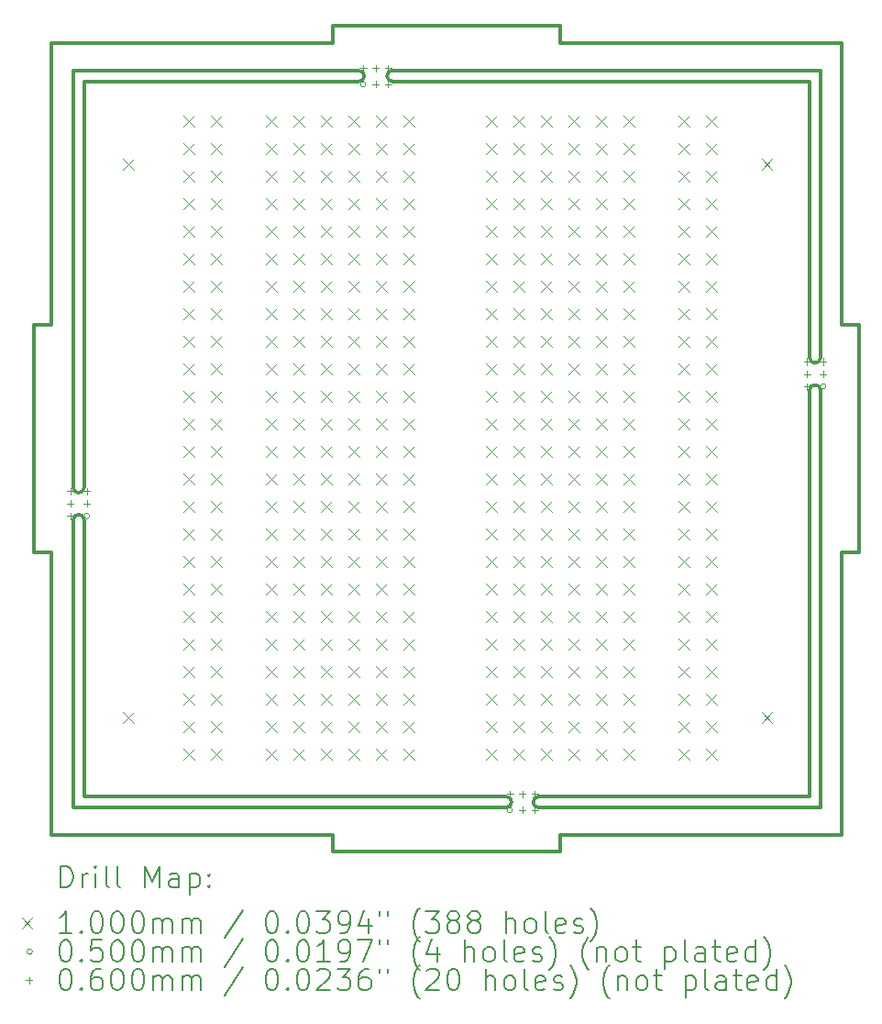
<source format=gbr>
%TF.GenerationSoftware,KiCad,Pcbnew,7.0.5-0*%
%TF.CreationDate,2024-04-21T20:25:22-04:00*%
%TF.ProjectId,swr_meter_front,7377725f-6d65-4746-9572-5f66726f6e74,rev?*%
%TF.SameCoordinates,Original*%
%TF.FileFunction,Drillmap*%
%TF.FilePolarity,Positive*%
%FSLAX45Y45*%
G04 Gerber Fmt 4.5, Leading zero omitted, Abs format (unit mm)*
G04 Created by KiCad (PCBNEW 7.0.5-0) date 2024-04-21 20:25:22*
%MOMM*%
%LPD*%
G01*
G04 APERTURE LIST*
%ADD10C,0.350000*%
%ADD11C,0.349999*%
%ADD12C,0.200000*%
%ADD13C,0.100000*%
%ADD14C,0.050000*%
%ADD15C,0.060000*%
G04 APERTURE END LIST*
D10*
X12825654Y-3040240D02*
G75*
G03*
X12825654Y-2940240I-4J50000D01*
G01*
X17088654Y-5890240D02*
G75*
G03*
X16988654Y-5890240I-50000J-4D01*
G01*
D11*
X12589054Y-9990240D02*
X9989054Y-9990240D01*
D10*
X12825654Y-3040240D02*
X10289054Y-3040240D01*
D11*
X14689054Y-2690240D02*
X17289054Y-2690240D01*
X13135654Y-2940240D02*
X17089054Y-2940240D01*
X9829054Y-5290240D02*
X9989054Y-5290240D01*
X14689054Y-9990240D02*
X14689054Y-10150240D01*
D10*
X14485654Y-9640240D02*
G75*
G03*
X14485654Y-9740240I-4J-50000D01*
G01*
X10289054Y-9640240D02*
X14185654Y-9640240D01*
X12589000Y-2530240D02*
X14689000Y-2530240D01*
D11*
X14689054Y-10150240D02*
X12589054Y-10150240D01*
D10*
X10289054Y-3040240D02*
X10289054Y-6786840D01*
D11*
X12589000Y-2530240D02*
X12589000Y-2690240D01*
X17289000Y-2690240D02*
X17289000Y-5290240D01*
X14485654Y-9740240D02*
X17088654Y-9740240D01*
X9989054Y-9990240D02*
X9989054Y-7390240D01*
X9989054Y-5290240D02*
X9989054Y-2690240D01*
X14689000Y-2530240D02*
X14689000Y-2690240D01*
X12825654Y-2940240D02*
X10189054Y-2940240D01*
D10*
X10289054Y-7086840D02*
G75*
G03*
X10189054Y-7086840I-50000J-4D01*
G01*
D11*
X10189054Y-6786840D02*
X10189054Y-2940240D01*
X12589000Y-2690240D02*
X9989054Y-2690240D01*
D10*
X14185654Y-9740240D02*
G75*
G03*
X14185654Y-9640240I-4J50000D01*
G01*
D11*
X9989054Y-7390240D02*
X9829054Y-7390240D01*
D10*
X16988654Y-5590240D02*
X16988654Y-3040240D01*
X16988654Y-9640240D02*
X16988654Y-5890240D01*
X16988654Y-9640240D02*
X14485654Y-9640240D01*
X10289054Y-9640240D02*
X10289054Y-7086840D01*
D11*
X9829054Y-7390240D02*
X9829054Y-5290240D01*
D10*
X10189054Y-6786840D02*
G75*
G03*
X10289054Y-6786840I50000J-4D01*
G01*
D11*
X17289054Y-7390240D02*
X17449000Y-7390240D01*
D10*
X16988654Y-5590240D02*
G75*
G03*
X17088654Y-5590240I50000J-4D01*
G01*
D11*
X17449000Y-5290840D02*
X17449000Y-7390240D01*
X12589054Y-9990240D02*
X12589054Y-10150240D01*
D10*
X16988654Y-3040240D02*
X13135654Y-3040240D01*
D11*
X10189054Y-7086840D02*
X10189054Y-9740240D01*
X14185654Y-9740240D02*
X10189054Y-9740240D01*
X17289054Y-7390240D02*
X17289054Y-9990240D01*
X17289054Y-9990240D02*
X14689054Y-9990240D01*
D10*
X17088654Y-5890240D02*
X17088654Y-9740240D01*
D11*
X17289000Y-5290240D02*
X17449000Y-5290240D01*
X17089054Y-5590240D02*
X17089054Y-2940240D01*
D10*
X13135654Y-2940240D02*
G75*
G03*
X13135654Y-3040240I-4J-50000D01*
G01*
D12*
D13*
X10645654Y-3758240D02*
X10745654Y-3858240D01*
X10745654Y-3758240D02*
X10645654Y-3858240D01*
X10645654Y-8858240D02*
X10745654Y-8958240D01*
X10745654Y-8858240D02*
X10645654Y-8958240D01*
X11210054Y-3360640D02*
X11310054Y-3460640D01*
X11310054Y-3360640D02*
X11210054Y-3460640D01*
X11210054Y-3614640D02*
X11310054Y-3714640D01*
X11310054Y-3614640D02*
X11210054Y-3714640D01*
X11210054Y-3868640D02*
X11310054Y-3968640D01*
X11310054Y-3868640D02*
X11210054Y-3968640D01*
X11210054Y-4122640D02*
X11310054Y-4222640D01*
X11310054Y-4122640D02*
X11210054Y-4222640D01*
X11210054Y-4376640D02*
X11310054Y-4476640D01*
X11310054Y-4376640D02*
X11210054Y-4476640D01*
X11210054Y-4630640D02*
X11310054Y-4730640D01*
X11310054Y-4630640D02*
X11210054Y-4730640D01*
X11210054Y-4884640D02*
X11310054Y-4984640D01*
X11310054Y-4884640D02*
X11210054Y-4984640D01*
X11210054Y-5138640D02*
X11310054Y-5238640D01*
X11310054Y-5138640D02*
X11210054Y-5238640D01*
X11210054Y-5392640D02*
X11310054Y-5492640D01*
X11310054Y-5392640D02*
X11210054Y-5492640D01*
X11210054Y-5646640D02*
X11310054Y-5746640D01*
X11310054Y-5646640D02*
X11210054Y-5746640D01*
X11210054Y-5900640D02*
X11310054Y-6000640D01*
X11310054Y-5900640D02*
X11210054Y-6000640D01*
X11210054Y-6154640D02*
X11310054Y-6254640D01*
X11310054Y-6154640D02*
X11210054Y-6254640D01*
X11210054Y-6408640D02*
X11310054Y-6508640D01*
X11310054Y-6408640D02*
X11210054Y-6508640D01*
X11210054Y-6662640D02*
X11310054Y-6762640D01*
X11310054Y-6662640D02*
X11210054Y-6762640D01*
X11210054Y-6916640D02*
X11310054Y-7016640D01*
X11310054Y-6916640D02*
X11210054Y-7016640D01*
X11210054Y-7170640D02*
X11310054Y-7270640D01*
X11310054Y-7170640D02*
X11210054Y-7270640D01*
X11210054Y-7424640D02*
X11310054Y-7524640D01*
X11310054Y-7424640D02*
X11210054Y-7524640D01*
X11210054Y-7678640D02*
X11310054Y-7778640D01*
X11310054Y-7678640D02*
X11210054Y-7778640D01*
X11210054Y-7932640D02*
X11310054Y-8032640D01*
X11310054Y-7932640D02*
X11210054Y-8032640D01*
X11210054Y-8186640D02*
X11310054Y-8286640D01*
X11310054Y-8186640D02*
X11210054Y-8286640D01*
X11210054Y-8440640D02*
X11310054Y-8540640D01*
X11310054Y-8440640D02*
X11210054Y-8540640D01*
X11210054Y-8694640D02*
X11310054Y-8794640D01*
X11310054Y-8694640D02*
X11210054Y-8794640D01*
X11210054Y-8948640D02*
X11310054Y-9048640D01*
X11310054Y-8948640D02*
X11210054Y-9048640D01*
X11210054Y-9202640D02*
X11310054Y-9302640D01*
X11310054Y-9202640D02*
X11210054Y-9302640D01*
X11464054Y-3360640D02*
X11564054Y-3460640D01*
X11564054Y-3360640D02*
X11464054Y-3460640D01*
X11464054Y-3614640D02*
X11564054Y-3714640D01*
X11564054Y-3614640D02*
X11464054Y-3714640D01*
X11464054Y-3868640D02*
X11564054Y-3968640D01*
X11564054Y-3868640D02*
X11464054Y-3968640D01*
X11464054Y-4122640D02*
X11564054Y-4222640D01*
X11564054Y-4122640D02*
X11464054Y-4222640D01*
X11464054Y-4376640D02*
X11564054Y-4476640D01*
X11564054Y-4376640D02*
X11464054Y-4476640D01*
X11464054Y-4630640D02*
X11564054Y-4730640D01*
X11564054Y-4630640D02*
X11464054Y-4730640D01*
X11464054Y-4884640D02*
X11564054Y-4984640D01*
X11564054Y-4884640D02*
X11464054Y-4984640D01*
X11464054Y-5138640D02*
X11564054Y-5238640D01*
X11564054Y-5138640D02*
X11464054Y-5238640D01*
X11464054Y-5392640D02*
X11564054Y-5492640D01*
X11564054Y-5392640D02*
X11464054Y-5492640D01*
X11464054Y-5646640D02*
X11564054Y-5746640D01*
X11564054Y-5646640D02*
X11464054Y-5746640D01*
X11464054Y-5900640D02*
X11564054Y-6000640D01*
X11564054Y-5900640D02*
X11464054Y-6000640D01*
X11464054Y-6154640D02*
X11564054Y-6254640D01*
X11564054Y-6154640D02*
X11464054Y-6254640D01*
X11464054Y-6408640D02*
X11564054Y-6508640D01*
X11564054Y-6408640D02*
X11464054Y-6508640D01*
X11464054Y-6662640D02*
X11564054Y-6762640D01*
X11564054Y-6662640D02*
X11464054Y-6762640D01*
X11464054Y-6916640D02*
X11564054Y-7016640D01*
X11564054Y-6916640D02*
X11464054Y-7016640D01*
X11464054Y-7170640D02*
X11564054Y-7270640D01*
X11564054Y-7170640D02*
X11464054Y-7270640D01*
X11464054Y-7424640D02*
X11564054Y-7524640D01*
X11564054Y-7424640D02*
X11464054Y-7524640D01*
X11464054Y-7678640D02*
X11564054Y-7778640D01*
X11564054Y-7678640D02*
X11464054Y-7778640D01*
X11464054Y-7932640D02*
X11564054Y-8032640D01*
X11564054Y-7932640D02*
X11464054Y-8032640D01*
X11464054Y-8186640D02*
X11564054Y-8286640D01*
X11564054Y-8186640D02*
X11464054Y-8286640D01*
X11464054Y-8440640D02*
X11564054Y-8540640D01*
X11564054Y-8440640D02*
X11464054Y-8540640D01*
X11464054Y-8694640D02*
X11564054Y-8794640D01*
X11564054Y-8694640D02*
X11464054Y-8794640D01*
X11464054Y-8948640D02*
X11564054Y-9048640D01*
X11564054Y-8948640D02*
X11464054Y-9048640D01*
X11464054Y-9202640D02*
X11564054Y-9302640D01*
X11564054Y-9202640D02*
X11464054Y-9302640D01*
X11972054Y-3360640D02*
X12072054Y-3460640D01*
X12072054Y-3360640D02*
X11972054Y-3460640D01*
X11972054Y-3614640D02*
X12072054Y-3714640D01*
X12072054Y-3614640D02*
X11972054Y-3714640D01*
X11972054Y-3868640D02*
X12072054Y-3968640D01*
X12072054Y-3868640D02*
X11972054Y-3968640D01*
X11972054Y-4122640D02*
X12072054Y-4222640D01*
X12072054Y-4122640D02*
X11972054Y-4222640D01*
X11972054Y-4376640D02*
X12072054Y-4476640D01*
X12072054Y-4376640D02*
X11972054Y-4476640D01*
X11972054Y-4630640D02*
X12072054Y-4730640D01*
X12072054Y-4630640D02*
X11972054Y-4730640D01*
X11972054Y-4884640D02*
X12072054Y-4984640D01*
X12072054Y-4884640D02*
X11972054Y-4984640D01*
X11972054Y-5138640D02*
X12072054Y-5238640D01*
X12072054Y-5138640D02*
X11972054Y-5238640D01*
X11972054Y-5392640D02*
X12072054Y-5492640D01*
X12072054Y-5392640D02*
X11972054Y-5492640D01*
X11972054Y-5646640D02*
X12072054Y-5746640D01*
X12072054Y-5646640D02*
X11972054Y-5746640D01*
X11972054Y-5900640D02*
X12072054Y-6000640D01*
X12072054Y-5900640D02*
X11972054Y-6000640D01*
X11972054Y-6154640D02*
X12072054Y-6254640D01*
X12072054Y-6154640D02*
X11972054Y-6254640D01*
X11972054Y-6408640D02*
X12072054Y-6508640D01*
X12072054Y-6408640D02*
X11972054Y-6508640D01*
X11972054Y-6662640D02*
X12072054Y-6762640D01*
X12072054Y-6662640D02*
X11972054Y-6762640D01*
X11972054Y-6916640D02*
X12072054Y-7016640D01*
X12072054Y-6916640D02*
X11972054Y-7016640D01*
X11972054Y-7170640D02*
X12072054Y-7270640D01*
X12072054Y-7170640D02*
X11972054Y-7270640D01*
X11972054Y-7424640D02*
X12072054Y-7524640D01*
X12072054Y-7424640D02*
X11972054Y-7524640D01*
X11972054Y-7678640D02*
X12072054Y-7778640D01*
X12072054Y-7678640D02*
X11972054Y-7778640D01*
X11972054Y-7932640D02*
X12072054Y-8032640D01*
X12072054Y-7932640D02*
X11972054Y-8032640D01*
X11972054Y-8186640D02*
X12072054Y-8286640D01*
X12072054Y-8186640D02*
X11972054Y-8286640D01*
X11972054Y-8440640D02*
X12072054Y-8540640D01*
X12072054Y-8440640D02*
X11972054Y-8540640D01*
X11972054Y-8694640D02*
X12072054Y-8794640D01*
X12072054Y-8694640D02*
X11972054Y-8794640D01*
X11972054Y-8948640D02*
X12072054Y-9048640D01*
X12072054Y-8948640D02*
X11972054Y-9048640D01*
X11972054Y-9202640D02*
X12072054Y-9302640D01*
X12072054Y-9202640D02*
X11972054Y-9302640D01*
X12226054Y-3360640D02*
X12326054Y-3460640D01*
X12326054Y-3360640D02*
X12226054Y-3460640D01*
X12226054Y-3614640D02*
X12326054Y-3714640D01*
X12326054Y-3614640D02*
X12226054Y-3714640D01*
X12226054Y-3868640D02*
X12326054Y-3968640D01*
X12326054Y-3868640D02*
X12226054Y-3968640D01*
X12226054Y-4122640D02*
X12326054Y-4222640D01*
X12326054Y-4122640D02*
X12226054Y-4222640D01*
X12226054Y-4376640D02*
X12326054Y-4476640D01*
X12326054Y-4376640D02*
X12226054Y-4476640D01*
X12226054Y-4630640D02*
X12326054Y-4730640D01*
X12326054Y-4630640D02*
X12226054Y-4730640D01*
X12226054Y-4884640D02*
X12326054Y-4984640D01*
X12326054Y-4884640D02*
X12226054Y-4984640D01*
X12226054Y-5138640D02*
X12326054Y-5238640D01*
X12326054Y-5138640D02*
X12226054Y-5238640D01*
X12226054Y-5392640D02*
X12326054Y-5492640D01*
X12326054Y-5392640D02*
X12226054Y-5492640D01*
X12226054Y-5646640D02*
X12326054Y-5746640D01*
X12326054Y-5646640D02*
X12226054Y-5746640D01*
X12226054Y-5900640D02*
X12326054Y-6000640D01*
X12326054Y-5900640D02*
X12226054Y-6000640D01*
X12226054Y-6154640D02*
X12326054Y-6254640D01*
X12326054Y-6154640D02*
X12226054Y-6254640D01*
X12226054Y-6408640D02*
X12326054Y-6508640D01*
X12326054Y-6408640D02*
X12226054Y-6508640D01*
X12226054Y-6662640D02*
X12326054Y-6762640D01*
X12326054Y-6662640D02*
X12226054Y-6762640D01*
X12226054Y-6916640D02*
X12326054Y-7016640D01*
X12326054Y-6916640D02*
X12226054Y-7016640D01*
X12226054Y-7170640D02*
X12326054Y-7270640D01*
X12326054Y-7170640D02*
X12226054Y-7270640D01*
X12226054Y-7424640D02*
X12326054Y-7524640D01*
X12326054Y-7424640D02*
X12226054Y-7524640D01*
X12226054Y-7678640D02*
X12326054Y-7778640D01*
X12326054Y-7678640D02*
X12226054Y-7778640D01*
X12226054Y-7932640D02*
X12326054Y-8032640D01*
X12326054Y-7932640D02*
X12226054Y-8032640D01*
X12226054Y-8186640D02*
X12326054Y-8286640D01*
X12326054Y-8186640D02*
X12226054Y-8286640D01*
X12226054Y-8440640D02*
X12326054Y-8540640D01*
X12326054Y-8440640D02*
X12226054Y-8540640D01*
X12226054Y-8694640D02*
X12326054Y-8794640D01*
X12326054Y-8694640D02*
X12226054Y-8794640D01*
X12226054Y-8948640D02*
X12326054Y-9048640D01*
X12326054Y-8948640D02*
X12226054Y-9048640D01*
X12226054Y-9202640D02*
X12326054Y-9302640D01*
X12326054Y-9202640D02*
X12226054Y-9302640D01*
X12480054Y-3360640D02*
X12580054Y-3460640D01*
X12580054Y-3360640D02*
X12480054Y-3460640D01*
X12480054Y-3614640D02*
X12580054Y-3714640D01*
X12580054Y-3614640D02*
X12480054Y-3714640D01*
X12480054Y-3868640D02*
X12580054Y-3968640D01*
X12580054Y-3868640D02*
X12480054Y-3968640D01*
X12480054Y-4122640D02*
X12580054Y-4222640D01*
X12580054Y-4122640D02*
X12480054Y-4222640D01*
X12480054Y-4376640D02*
X12580054Y-4476640D01*
X12580054Y-4376640D02*
X12480054Y-4476640D01*
X12480054Y-4630640D02*
X12580054Y-4730640D01*
X12580054Y-4630640D02*
X12480054Y-4730640D01*
X12480054Y-4884640D02*
X12580054Y-4984640D01*
X12580054Y-4884640D02*
X12480054Y-4984640D01*
X12480054Y-5138640D02*
X12580054Y-5238640D01*
X12580054Y-5138640D02*
X12480054Y-5238640D01*
X12480054Y-5392640D02*
X12580054Y-5492640D01*
X12580054Y-5392640D02*
X12480054Y-5492640D01*
X12480054Y-5646640D02*
X12580054Y-5746640D01*
X12580054Y-5646640D02*
X12480054Y-5746640D01*
X12480054Y-5900640D02*
X12580054Y-6000640D01*
X12580054Y-5900640D02*
X12480054Y-6000640D01*
X12480054Y-6154640D02*
X12580054Y-6254640D01*
X12580054Y-6154640D02*
X12480054Y-6254640D01*
X12480054Y-6408640D02*
X12580054Y-6508640D01*
X12580054Y-6408640D02*
X12480054Y-6508640D01*
X12480054Y-6662640D02*
X12580054Y-6762640D01*
X12580054Y-6662640D02*
X12480054Y-6762640D01*
X12480054Y-6916640D02*
X12580054Y-7016640D01*
X12580054Y-6916640D02*
X12480054Y-7016640D01*
X12480054Y-7170640D02*
X12580054Y-7270640D01*
X12580054Y-7170640D02*
X12480054Y-7270640D01*
X12480054Y-7424640D02*
X12580054Y-7524640D01*
X12580054Y-7424640D02*
X12480054Y-7524640D01*
X12480054Y-7678640D02*
X12580054Y-7778640D01*
X12580054Y-7678640D02*
X12480054Y-7778640D01*
X12480054Y-7932640D02*
X12580054Y-8032640D01*
X12580054Y-7932640D02*
X12480054Y-8032640D01*
X12480054Y-8186640D02*
X12580054Y-8286640D01*
X12580054Y-8186640D02*
X12480054Y-8286640D01*
X12480054Y-8440640D02*
X12580054Y-8540640D01*
X12580054Y-8440640D02*
X12480054Y-8540640D01*
X12480054Y-8694640D02*
X12580054Y-8794640D01*
X12580054Y-8694640D02*
X12480054Y-8794640D01*
X12480054Y-8948640D02*
X12580054Y-9048640D01*
X12580054Y-8948640D02*
X12480054Y-9048640D01*
X12480054Y-9202640D02*
X12580054Y-9302640D01*
X12580054Y-9202640D02*
X12480054Y-9302640D01*
X12734054Y-3360640D02*
X12834054Y-3460640D01*
X12834054Y-3360640D02*
X12734054Y-3460640D01*
X12734054Y-3614640D02*
X12834054Y-3714640D01*
X12834054Y-3614640D02*
X12734054Y-3714640D01*
X12734054Y-3868640D02*
X12834054Y-3968640D01*
X12834054Y-3868640D02*
X12734054Y-3968640D01*
X12734054Y-4122640D02*
X12834054Y-4222640D01*
X12834054Y-4122640D02*
X12734054Y-4222640D01*
X12734054Y-4376640D02*
X12834054Y-4476640D01*
X12834054Y-4376640D02*
X12734054Y-4476640D01*
X12734054Y-4630640D02*
X12834054Y-4730640D01*
X12834054Y-4630640D02*
X12734054Y-4730640D01*
X12734054Y-4884640D02*
X12834054Y-4984640D01*
X12834054Y-4884640D02*
X12734054Y-4984640D01*
X12734054Y-5138640D02*
X12834054Y-5238640D01*
X12834054Y-5138640D02*
X12734054Y-5238640D01*
X12734054Y-5392640D02*
X12834054Y-5492640D01*
X12834054Y-5392640D02*
X12734054Y-5492640D01*
X12734054Y-5646640D02*
X12834054Y-5746640D01*
X12834054Y-5646640D02*
X12734054Y-5746640D01*
X12734054Y-5900640D02*
X12834054Y-6000640D01*
X12834054Y-5900640D02*
X12734054Y-6000640D01*
X12734054Y-6154640D02*
X12834054Y-6254640D01*
X12834054Y-6154640D02*
X12734054Y-6254640D01*
X12734054Y-6408640D02*
X12834054Y-6508640D01*
X12834054Y-6408640D02*
X12734054Y-6508640D01*
X12734054Y-6662640D02*
X12834054Y-6762640D01*
X12834054Y-6662640D02*
X12734054Y-6762640D01*
X12734054Y-6916640D02*
X12834054Y-7016640D01*
X12834054Y-6916640D02*
X12734054Y-7016640D01*
X12734054Y-7170640D02*
X12834054Y-7270640D01*
X12834054Y-7170640D02*
X12734054Y-7270640D01*
X12734054Y-7424640D02*
X12834054Y-7524640D01*
X12834054Y-7424640D02*
X12734054Y-7524640D01*
X12734054Y-7678640D02*
X12834054Y-7778640D01*
X12834054Y-7678640D02*
X12734054Y-7778640D01*
X12734054Y-7932640D02*
X12834054Y-8032640D01*
X12834054Y-7932640D02*
X12734054Y-8032640D01*
X12734054Y-8186640D02*
X12834054Y-8286640D01*
X12834054Y-8186640D02*
X12734054Y-8286640D01*
X12734054Y-8440640D02*
X12834054Y-8540640D01*
X12834054Y-8440640D02*
X12734054Y-8540640D01*
X12734054Y-8694640D02*
X12834054Y-8794640D01*
X12834054Y-8694640D02*
X12734054Y-8794640D01*
X12734054Y-8948640D02*
X12834054Y-9048640D01*
X12834054Y-8948640D02*
X12734054Y-9048640D01*
X12734054Y-9202640D02*
X12834054Y-9302640D01*
X12834054Y-9202640D02*
X12734054Y-9302640D01*
X12988054Y-3360640D02*
X13088054Y-3460640D01*
X13088054Y-3360640D02*
X12988054Y-3460640D01*
X12988054Y-3614640D02*
X13088054Y-3714640D01*
X13088054Y-3614640D02*
X12988054Y-3714640D01*
X12988054Y-3868640D02*
X13088054Y-3968640D01*
X13088054Y-3868640D02*
X12988054Y-3968640D01*
X12988054Y-4122640D02*
X13088054Y-4222640D01*
X13088054Y-4122640D02*
X12988054Y-4222640D01*
X12988054Y-4376640D02*
X13088054Y-4476640D01*
X13088054Y-4376640D02*
X12988054Y-4476640D01*
X12988054Y-4630640D02*
X13088054Y-4730640D01*
X13088054Y-4630640D02*
X12988054Y-4730640D01*
X12988054Y-4884640D02*
X13088054Y-4984640D01*
X13088054Y-4884640D02*
X12988054Y-4984640D01*
X12988054Y-5138640D02*
X13088054Y-5238640D01*
X13088054Y-5138640D02*
X12988054Y-5238640D01*
X12988054Y-5392640D02*
X13088054Y-5492640D01*
X13088054Y-5392640D02*
X12988054Y-5492640D01*
X12988054Y-5646640D02*
X13088054Y-5746640D01*
X13088054Y-5646640D02*
X12988054Y-5746640D01*
X12988054Y-5900640D02*
X13088054Y-6000640D01*
X13088054Y-5900640D02*
X12988054Y-6000640D01*
X12988054Y-6154640D02*
X13088054Y-6254640D01*
X13088054Y-6154640D02*
X12988054Y-6254640D01*
X12988054Y-6408640D02*
X13088054Y-6508640D01*
X13088054Y-6408640D02*
X12988054Y-6508640D01*
X12988054Y-6662640D02*
X13088054Y-6762640D01*
X13088054Y-6662640D02*
X12988054Y-6762640D01*
X12988054Y-6916640D02*
X13088054Y-7016640D01*
X13088054Y-6916640D02*
X12988054Y-7016640D01*
X12988054Y-7170640D02*
X13088054Y-7270640D01*
X13088054Y-7170640D02*
X12988054Y-7270640D01*
X12988054Y-7424640D02*
X13088054Y-7524640D01*
X13088054Y-7424640D02*
X12988054Y-7524640D01*
X12988054Y-7678640D02*
X13088054Y-7778640D01*
X13088054Y-7678640D02*
X12988054Y-7778640D01*
X12988054Y-7932640D02*
X13088054Y-8032640D01*
X13088054Y-7932640D02*
X12988054Y-8032640D01*
X12988054Y-8186640D02*
X13088054Y-8286640D01*
X13088054Y-8186640D02*
X12988054Y-8286640D01*
X12988054Y-8440640D02*
X13088054Y-8540640D01*
X13088054Y-8440640D02*
X12988054Y-8540640D01*
X12988054Y-8694640D02*
X13088054Y-8794640D01*
X13088054Y-8694640D02*
X12988054Y-8794640D01*
X12988054Y-8948640D02*
X13088054Y-9048640D01*
X13088054Y-8948640D02*
X12988054Y-9048640D01*
X12988054Y-9202640D02*
X13088054Y-9302640D01*
X13088054Y-9202640D02*
X12988054Y-9302640D01*
X13242054Y-3360640D02*
X13342054Y-3460640D01*
X13342054Y-3360640D02*
X13242054Y-3460640D01*
X13242054Y-3614640D02*
X13342054Y-3714640D01*
X13342054Y-3614640D02*
X13242054Y-3714640D01*
X13242054Y-3868640D02*
X13342054Y-3968640D01*
X13342054Y-3868640D02*
X13242054Y-3968640D01*
X13242054Y-4122640D02*
X13342054Y-4222640D01*
X13342054Y-4122640D02*
X13242054Y-4222640D01*
X13242054Y-4376640D02*
X13342054Y-4476640D01*
X13342054Y-4376640D02*
X13242054Y-4476640D01*
X13242054Y-4630640D02*
X13342054Y-4730640D01*
X13342054Y-4630640D02*
X13242054Y-4730640D01*
X13242054Y-4884640D02*
X13342054Y-4984640D01*
X13342054Y-4884640D02*
X13242054Y-4984640D01*
X13242054Y-5138640D02*
X13342054Y-5238640D01*
X13342054Y-5138640D02*
X13242054Y-5238640D01*
X13242054Y-5392640D02*
X13342054Y-5492640D01*
X13342054Y-5392640D02*
X13242054Y-5492640D01*
X13242054Y-5646640D02*
X13342054Y-5746640D01*
X13342054Y-5646640D02*
X13242054Y-5746640D01*
X13242054Y-5900640D02*
X13342054Y-6000640D01*
X13342054Y-5900640D02*
X13242054Y-6000640D01*
X13242054Y-6154640D02*
X13342054Y-6254640D01*
X13342054Y-6154640D02*
X13242054Y-6254640D01*
X13242054Y-6408640D02*
X13342054Y-6508640D01*
X13342054Y-6408640D02*
X13242054Y-6508640D01*
X13242054Y-6662640D02*
X13342054Y-6762640D01*
X13342054Y-6662640D02*
X13242054Y-6762640D01*
X13242054Y-6916640D02*
X13342054Y-7016640D01*
X13342054Y-6916640D02*
X13242054Y-7016640D01*
X13242054Y-7170640D02*
X13342054Y-7270640D01*
X13342054Y-7170640D02*
X13242054Y-7270640D01*
X13242054Y-7424640D02*
X13342054Y-7524640D01*
X13342054Y-7424640D02*
X13242054Y-7524640D01*
X13242054Y-7678640D02*
X13342054Y-7778640D01*
X13342054Y-7678640D02*
X13242054Y-7778640D01*
X13242054Y-7932640D02*
X13342054Y-8032640D01*
X13342054Y-7932640D02*
X13242054Y-8032640D01*
X13242054Y-8186640D02*
X13342054Y-8286640D01*
X13342054Y-8186640D02*
X13242054Y-8286640D01*
X13242054Y-8440640D02*
X13342054Y-8540640D01*
X13342054Y-8440640D02*
X13242054Y-8540640D01*
X13242054Y-8694640D02*
X13342054Y-8794640D01*
X13342054Y-8694640D02*
X13242054Y-8794640D01*
X13242054Y-8948640D02*
X13342054Y-9048640D01*
X13342054Y-8948640D02*
X13242054Y-9048640D01*
X13242054Y-9202640D02*
X13342054Y-9302640D01*
X13342054Y-9202640D02*
X13242054Y-9302640D01*
X14004054Y-3360640D02*
X14104054Y-3460640D01*
X14104054Y-3360640D02*
X14004054Y-3460640D01*
X14004054Y-3614640D02*
X14104054Y-3714640D01*
X14104054Y-3614640D02*
X14004054Y-3714640D01*
X14004054Y-3868640D02*
X14104054Y-3968640D01*
X14104054Y-3868640D02*
X14004054Y-3968640D01*
X14004054Y-4122640D02*
X14104054Y-4222640D01*
X14104054Y-4122640D02*
X14004054Y-4222640D01*
X14004054Y-4376640D02*
X14104054Y-4476640D01*
X14104054Y-4376640D02*
X14004054Y-4476640D01*
X14004054Y-4630640D02*
X14104054Y-4730640D01*
X14104054Y-4630640D02*
X14004054Y-4730640D01*
X14004054Y-4884640D02*
X14104054Y-4984640D01*
X14104054Y-4884640D02*
X14004054Y-4984640D01*
X14004054Y-5138640D02*
X14104054Y-5238640D01*
X14104054Y-5138640D02*
X14004054Y-5238640D01*
X14004054Y-5392640D02*
X14104054Y-5492640D01*
X14104054Y-5392640D02*
X14004054Y-5492640D01*
X14004054Y-5646640D02*
X14104054Y-5746640D01*
X14104054Y-5646640D02*
X14004054Y-5746640D01*
X14004054Y-5900640D02*
X14104054Y-6000640D01*
X14104054Y-5900640D02*
X14004054Y-6000640D01*
X14004054Y-6154640D02*
X14104054Y-6254640D01*
X14104054Y-6154640D02*
X14004054Y-6254640D01*
X14004054Y-6408640D02*
X14104054Y-6508640D01*
X14104054Y-6408640D02*
X14004054Y-6508640D01*
X14004054Y-6662640D02*
X14104054Y-6762640D01*
X14104054Y-6662640D02*
X14004054Y-6762640D01*
X14004054Y-6916640D02*
X14104054Y-7016640D01*
X14104054Y-6916640D02*
X14004054Y-7016640D01*
X14004054Y-7170640D02*
X14104054Y-7270640D01*
X14104054Y-7170640D02*
X14004054Y-7270640D01*
X14004054Y-7424640D02*
X14104054Y-7524640D01*
X14104054Y-7424640D02*
X14004054Y-7524640D01*
X14004054Y-7678640D02*
X14104054Y-7778640D01*
X14104054Y-7678640D02*
X14004054Y-7778640D01*
X14004054Y-7932640D02*
X14104054Y-8032640D01*
X14104054Y-7932640D02*
X14004054Y-8032640D01*
X14004054Y-8186640D02*
X14104054Y-8286640D01*
X14104054Y-8186640D02*
X14004054Y-8286640D01*
X14004054Y-8440640D02*
X14104054Y-8540640D01*
X14104054Y-8440640D02*
X14004054Y-8540640D01*
X14004054Y-8694640D02*
X14104054Y-8794640D01*
X14104054Y-8694640D02*
X14004054Y-8794640D01*
X14004054Y-8948640D02*
X14104054Y-9048640D01*
X14104054Y-8948640D02*
X14004054Y-9048640D01*
X14004054Y-9202640D02*
X14104054Y-9302640D01*
X14104054Y-9202640D02*
X14004054Y-9302640D01*
X14258054Y-3360640D02*
X14358054Y-3460640D01*
X14358054Y-3360640D02*
X14258054Y-3460640D01*
X14258054Y-3614640D02*
X14358054Y-3714640D01*
X14358054Y-3614640D02*
X14258054Y-3714640D01*
X14258054Y-3868640D02*
X14358054Y-3968640D01*
X14358054Y-3868640D02*
X14258054Y-3968640D01*
X14258054Y-4122640D02*
X14358054Y-4222640D01*
X14358054Y-4122640D02*
X14258054Y-4222640D01*
X14258054Y-4376640D02*
X14358054Y-4476640D01*
X14358054Y-4376640D02*
X14258054Y-4476640D01*
X14258054Y-4630640D02*
X14358054Y-4730640D01*
X14358054Y-4630640D02*
X14258054Y-4730640D01*
X14258054Y-4884640D02*
X14358054Y-4984640D01*
X14358054Y-4884640D02*
X14258054Y-4984640D01*
X14258054Y-5138640D02*
X14358054Y-5238640D01*
X14358054Y-5138640D02*
X14258054Y-5238640D01*
X14258054Y-5392640D02*
X14358054Y-5492640D01*
X14358054Y-5392640D02*
X14258054Y-5492640D01*
X14258054Y-5646640D02*
X14358054Y-5746640D01*
X14358054Y-5646640D02*
X14258054Y-5746640D01*
X14258054Y-5900640D02*
X14358054Y-6000640D01*
X14358054Y-5900640D02*
X14258054Y-6000640D01*
X14258054Y-6154640D02*
X14358054Y-6254640D01*
X14358054Y-6154640D02*
X14258054Y-6254640D01*
X14258054Y-6408640D02*
X14358054Y-6508640D01*
X14358054Y-6408640D02*
X14258054Y-6508640D01*
X14258054Y-6662640D02*
X14358054Y-6762640D01*
X14358054Y-6662640D02*
X14258054Y-6762640D01*
X14258054Y-6916640D02*
X14358054Y-7016640D01*
X14358054Y-6916640D02*
X14258054Y-7016640D01*
X14258054Y-7170640D02*
X14358054Y-7270640D01*
X14358054Y-7170640D02*
X14258054Y-7270640D01*
X14258054Y-7424640D02*
X14358054Y-7524640D01*
X14358054Y-7424640D02*
X14258054Y-7524640D01*
X14258054Y-7678640D02*
X14358054Y-7778640D01*
X14358054Y-7678640D02*
X14258054Y-7778640D01*
X14258054Y-7932640D02*
X14358054Y-8032640D01*
X14358054Y-7932640D02*
X14258054Y-8032640D01*
X14258054Y-8186640D02*
X14358054Y-8286640D01*
X14358054Y-8186640D02*
X14258054Y-8286640D01*
X14258054Y-8440640D02*
X14358054Y-8540640D01*
X14358054Y-8440640D02*
X14258054Y-8540640D01*
X14258054Y-8694640D02*
X14358054Y-8794640D01*
X14358054Y-8694640D02*
X14258054Y-8794640D01*
X14258054Y-8948640D02*
X14358054Y-9048640D01*
X14358054Y-8948640D02*
X14258054Y-9048640D01*
X14258054Y-9202640D02*
X14358054Y-9302640D01*
X14358054Y-9202640D02*
X14258054Y-9302640D01*
X14512054Y-3360640D02*
X14612054Y-3460640D01*
X14612054Y-3360640D02*
X14512054Y-3460640D01*
X14512054Y-3614640D02*
X14612054Y-3714640D01*
X14612054Y-3614640D02*
X14512054Y-3714640D01*
X14512054Y-3868640D02*
X14612054Y-3968640D01*
X14612054Y-3868640D02*
X14512054Y-3968640D01*
X14512054Y-4122640D02*
X14612054Y-4222640D01*
X14612054Y-4122640D02*
X14512054Y-4222640D01*
X14512054Y-4376640D02*
X14612054Y-4476640D01*
X14612054Y-4376640D02*
X14512054Y-4476640D01*
X14512054Y-4630640D02*
X14612054Y-4730640D01*
X14612054Y-4630640D02*
X14512054Y-4730640D01*
X14512054Y-4884640D02*
X14612054Y-4984640D01*
X14612054Y-4884640D02*
X14512054Y-4984640D01*
X14512054Y-5138640D02*
X14612054Y-5238640D01*
X14612054Y-5138640D02*
X14512054Y-5238640D01*
X14512054Y-5392640D02*
X14612054Y-5492640D01*
X14612054Y-5392640D02*
X14512054Y-5492640D01*
X14512054Y-5646640D02*
X14612054Y-5746640D01*
X14612054Y-5646640D02*
X14512054Y-5746640D01*
X14512054Y-5900640D02*
X14612054Y-6000640D01*
X14612054Y-5900640D02*
X14512054Y-6000640D01*
X14512054Y-6154640D02*
X14612054Y-6254640D01*
X14612054Y-6154640D02*
X14512054Y-6254640D01*
X14512054Y-6408640D02*
X14612054Y-6508640D01*
X14612054Y-6408640D02*
X14512054Y-6508640D01*
X14512054Y-6662640D02*
X14612054Y-6762640D01*
X14612054Y-6662640D02*
X14512054Y-6762640D01*
X14512054Y-6916640D02*
X14612054Y-7016640D01*
X14612054Y-6916640D02*
X14512054Y-7016640D01*
X14512054Y-7170640D02*
X14612054Y-7270640D01*
X14612054Y-7170640D02*
X14512054Y-7270640D01*
X14512054Y-7424640D02*
X14612054Y-7524640D01*
X14612054Y-7424640D02*
X14512054Y-7524640D01*
X14512054Y-7678640D02*
X14612054Y-7778640D01*
X14612054Y-7678640D02*
X14512054Y-7778640D01*
X14512054Y-7932640D02*
X14612054Y-8032640D01*
X14612054Y-7932640D02*
X14512054Y-8032640D01*
X14512054Y-8186640D02*
X14612054Y-8286640D01*
X14612054Y-8186640D02*
X14512054Y-8286640D01*
X14512054Y-8440640D02*
X14612054Y-8540640D01*
X14612054Y-8440640D02*
X14512054Y-8540640D01*
X14512054Y-8694640D02*
X14612054Y-8794640D01*
X14612054Y-8694640D02*
X14512054Y-8794640D01*
X14512054Y-8948640D02*
X14612054Y-9048640D01*
X14612054Y-8948640D02*
X14512054Y-9048640D01*
X14512054Y-9202640D02*
X14612054Y-9302640D01*
X14612054Y-9202640D02*
X14512054Y-9302640D01*
X14766054Y-3360640D02*
X14866054Y-3460640D01*
X14866054Y-3360640D02*
X14766054Y-3460640D01*
X14766054Y-3614640D02*
X14866054Y-3714640D01*
X14866054Y-3614640D02*
X14766054Y-3714640D01*
X14766054Y-3868640D02*
X14866054Y-3968640D01*
X14866054Y-3868640D02*
X14766054Y-3968640D01*
X14766054Y-4122640D02*
X14866054Y-4222640D01*
X14866054Y-4122640D02*
X14766054Y-4222640D01*
X14766054Y-4376640D02*
X14866054Y-4476640D01*
X14866054Y-4376640D02*
X14766054Y-4476640D01*
X14766054Y-4630640D02*
X14866054Y-4730640D01*
X14866054Y-4630640D02*
X14766054Y-4730640D01*
X14766054Y-4884640D02*
X14866054Y-4984640D01*
X14866054Y-4884640D02*
X14766054Y-4984640D01*
X14766054Y-5138640D02*
X14866054Y-5238640D01*
X14866054Y-5138640D02*
X14766054Y-5238640D01*
X14766054Y-5392640D02*
X14866054Y-5492640D01*
X14866054Y-5392640D02*
X14766054Y-5492640D01*
X14766054Y-5646640D02*
X14866054Y-5746640D01*
X14866054Y-5646640D02*
X14766054Y-5746640D01*
X14766054Y-5900640D02*
X14866054Y-6000640D01*
X14866054Y-5900640D02*
X14766054Y-6000640D01*
X14766054Y-6154640D02*
X14866054Y-6254640D01*
X14866054Y-6154640D02*
X14766054Y-6254640D01*
X14766054Y-6408640D02*
X14866054Y-6508640D01*
X14866054Y-6408640D02*
X14766054Y-6508640D01*
X14766054Y-6662640D02*
X14866054Y-6762640D01*
X14866054Y-6662640D02*
X14766054Y-6762640D01*
X14766054Y-6916640D02*
X14866054Y-7016640D01*
X14866054Y-6916640D02*
X14766054Y-7016640D01*
X14766054Y-7170640D02*
X14866054Y-7270640D01*
X14866054Y-7170640D02*
X14766054Y-7270640D01*
X14766054Y-7424640D02*
X14866054Y-7524640D01*
X14866054Y-7424640D02*
X14766054Y-7524640D01*
X14766054Y-7678640D02*
X14866054Y-7778640D01*
X14866054Y-7678640D02*
X14766054Y-7778640D01*
X14766054Y-7932640D02*
X14866054Y-8032640D01*
X14866054Y-7932640D02*
X14766054Y-8032640D01*
X14766054Y-8186640D02*
X14866054Y-8286640D01*
X14866054Y-8186640D02*
X14766054Y-8286640D01*
X14766054Y-8440640D02*
X14866054Y-8540640D01*
X14866054Y-8440640D02*
X14766054Y-8540640D01*
X14766054Y-8694640D02*
X14866054Y-8794640D01*
X14866054Y-8694640D02*
X14766054Y-8794640D01*
X14766054Y-8948640D02*
X14866054Y-9048640D01*
X14866054Y-8948640D02*
X14766054Y-9048640D01*
X14766054Y-9202640D02*
X14866054Y-9302640D01*
X14866054Y-9202640D02*
X14766054Y-9302640D01*
X15020054Y-3360640D02*
X15120054Y-3460640D01*
X15120054Y-3360640D02*
X15020054Y-3460640D01*
X15020054Y-3614640D02*
X15120054Y-3714640D01*
X15120054Y-3614640D02*
X15020054Y-3714640D01*
X15020054Y-3868640D02*
X15120054Y-3968640D01*
X15120054Y-3868640D02*
X15020054Y-3968640D01*
X15020054Y-4122640D02*
X15120054Y-4222640D01*
X15120054Y-4122640D02*
X15020054Y-4222640D01*
X15020054Y-4376640D02*
X15120054Y-4476640D01*
X15120054Y-4376640D02*
X15020054Y-4476640D01*
X15020054Y-4630640D02*
X15120054Y-4730640D01*
X15120054Y-4630640D02*
X15020054Y-4730640D01*
X15020054Y-4884640D02*
X15120054Y-4984640D01*
X15120054Y-4884640D02*
X15020054Y-4984640D01*
X15020054Y-5138640D02*
X15120054Y-5238640D01*
X15120054Y-5138640D02*
X15020054Y-5238640D01*
X15020054Y-5392640D02*
X15120054Y-5492640D01*
X15120054Y-5392640D02*
X15020054Y-5492640D01*
X15020054Y-5646640D02*
X15120054Y-5746640D01*
X15120054Y-5646640D02*
X15020054Y-5746640D01*
X15020054Y-5900640D02*
X15120054Y-6000640D01*
X15120054Y-5900640D02*
X15020054Y-6000640D01*
X15020054Y-6154640D02*
X15120054Y-6254640D01*
X15120054Y-6154640D02*
X15020054Y-6254640D01*
X15020054Y-6408640D02*
X15120054Y-6508640D01*
X15120054Y-6408640D02*
X15020054Y-6508640D01*
X15020054Y-6662640D02*
X15120054Y-6762640D01*
X15120054Y-6662640D02*
X15020054Y-6762640D01*
X15020054Y-6916640D02*
X15120054Y-7016640D01*
X15120054Y-6916640D02*
X15020054Y-7016640D01*
X15020054Y-7170640D02*
X15120054Y-7270640D01*
X15120054Y-7170640D02*
X15020054Y-7270640D01*
X15020054Y-7424640D02*
X15120054Y-7524640D01*
X15120054Y-7424640D02*
X15020054Y-7524640D01*
X15020054Y-7678640D02*
X15120054Y-7778640D01*
X15120054Y-7678640D02*
X15020054Y-7778640D01*
X15020054Y-7932640D02*
X15120054Y-8032640D01*
X15120054Y-7932640D02*
X15020054Y-8032640D01*
X15020054Y-8186640D02*
X15120054Y-8286640D01*
X15120054Y-8186640D02*
X15020054Y-8286640D01*
X15020054Y-8440640D02*
X15120054Y-8540640D01*
X15120054Y-8440640D02*
X15020054Y-8540640D01*
X15020054Y-8694640D02*
X15120054Y-8794640D01*
X15120054Y-8694640D02*
X15020054Y-8794640D01*
X15020054Y-8948640D02*
X15120054Y-9048640D01*
X15120054Y-8948640D02*
X15020054Y-9048640D01*
X15020054Y-9202640D02*
X15120054Y-9302640D01*
X15120054Y-9202640D02*
X15020054Y-9302640D01*
X15274054Y-3360640D02*
X15374054Y-3460640D01*
X15374054Y-3360640D02*
X15274054Y-3460640D01*
X15274054Y-3614640D02*
X15374054Y-3714640D01*
X15374054Y-3614640D02*
X15274054Y-3714640D01*
X15274054Y-3868640D02*
X15374054Y-3968640D01*
X15374054Y-3868640D02*
X15274054Y-3968640D01*
X15274054Y-4122640D02*
X15374054Y-4222640D01*
X15374054Y-4122640D02*
X15274054Y-4222640D01*
X15274054Y-4376640D02*
X15374054Y-4476640D01*
X15374054Y-4376640D02*
X15274054Y-4476640D01*
X15274054Y-4630640D02*
X15374054Y-4730640D01*
X15374054Y-4630640D02*
X15274054Y-4730640D01*
X15274054Y-4884640D02*
X15374054Y-4984640D01*
X15374054Y-4884640D02*
X15274054Y-4984640D01*
X15274054Y-5138640D02*
X15374054Y-5238640D01*
X15374054Y-5138640D02*
X15274054Y-5238640D01*
X15274054Y-5392640D02*
X15374054Y-5492640D01*
X15374054Y-5392640D02*
X15274054Y-5492640D01*
X15274054Y-5646640D02*
X15374054Y-5746640D01*
X15374054Y-5646640D02*
X15274054Y-5746640D01*
X15274054Y-5900640D02*
X15374054Y-6000640D01*
X15374054Y-5900640D02*
X15274054Y-6000640D01*
X15274054Y-6154640D02*
X15374054Y-6254640D01*
X15374054Y-6154640D02*
X15274054Y-6254640D01*
X15274054Y-6408640D02*
X15374054Y-6508640D01*
X15374054Y-6408640D02*
X15274054Y-6508640D01*
X15274054Y-6662640D02*
X15374054Y-6762640D01*
X15374054Y-6662640D02*
X15274054Y-6762640D01*
X15274054Y-6916640D02*
X15374054Y-7016640D01*
X15374054Y-6916640D02*
X15274054Y-7016640D01*
X15274054Y-7170640D02*
X15374054Y-7270640D01*
X15374054Y-7170640D02*
X15274054Y-7270640D01*
X15274054Y-7424640D02*
X15374054Y-7524640D01*
X15374054Y-7424640D02*
X15274054Y-7524640D01*
X15274054Y-7678640D02*
X15374054Y-7778640D01*
X15374054Y-7678640D02*
X15274054Y-7778640D01*
X15274054Y-7932640D02*
X15374054Y-8032640D01*
X15374054Y-7932640D02*
X15274054Y-8032640D01*
X15274054Y-8186640D02*
X15374054Y-8286640D01*
X15374054Y-8186640D02*
X15274054Y-8286640D01*
X15274054Y-8440640D02*
X15374054Y-8540640D01*
X15374054Y-8440640D02*
X15274054Y-8540640D01*
X15274054Y-8694640D02*
X15374054Y-8794640D01*
X15374054Y-8694640D02*
X15274054Y-8794640D01*
X15274054Y-8948640D02*
X15374054Y-9048640D01*
X15374054Y-8948640D02*
X15274054Y-9048640D01*
X15274054Y-9202640D02*
X15374054Y-9302640D01*
X15374054Y-9202640D02*
X15274054Y-9302640D01*
X15782054Y-3360640D02*
X15882054Y-3460640D01*
X15882054Y-3360640D02*
X15782054Y-3460640D01*
X15782054Y-3614640D02*
X15882054Y-3714640D01*
X15882054Y-3614640D02*
X15782054Y-3714640D01*
X15782054Y-3868640D02*
X15882054Y-3968640D01*
X15882054Y-3868640D02*
X15782054Y-3968640D01*
X15782054Y-4122640D02*
X15882054Y-4222640D01*
X15882054Y-4122640D02*
X15782054Y-4222640D01*
X15782054Y-4376640D02*
X15882054Y-4476640D01*
X15882054Y-4376640D02*
X15782054Y-4476640D01*
X15782054Y-4630640D02*
X15882054Y-4730640D01*
X15882054Y-4630640D02*
X15782054Y-4730640D01*
X15782054Y-4884640D02*
X15882054Y-4984640D01*
X15882054Y-4884640D02*
X15782054Y-4984640D01*
X15782054Y-5138640D02*
X15882054Y-5238640D01*
X15882054Y-5138640D02*
X15782054Y-5238640D01*
X15782054Y-5392640D02*
X15882054Y-5492640D01*
X15882054Y-5392640D02*
X15782054Y-5492640D01*
X15782054Y-5646640D02*
X15882054Y-5746640D01*
X15882054Y-5646640D02*
X15782054Y-5746640D01*
X15782054Y-5900640D02*
X15882054Y-6000640D01*
X15882054Y-5900640D02*
X15782054Y-6000640D01*
X15782054Y-6154640D02*
X15882054Y-6254640D01*
X15882054Y-6154640D02*
X15782054Y-6254640D01*
X15782054Y-6408640D02*
X15882054Y-6508640D01*
X15882054Y-6408640D02*
X15782054Y-6508640D01*
X15782054Y-6662640D02*
X15882054Y-6762640D01*
X15882054Y-6662640D02*
X15782054Y-6762640D01*
X15782054Y-6916640D02*
X15882054Y-7016640D01*
X15882054Y-6916640D02*
X15782054Y-7016640D01*
X15782054Y-7170640D02*
X15882054Y-7270640D01*
X15882054Y-7170640D02*
X15782054Y-7270640D01*
X15782054Y-7424640D02*
X15882054Y-7524640D01*
X15882054Y-7424640D02*
X15782054Y-7524640D01*
X15782054Y-7678640D02*
X15882054Y-7778640D01*
X15882054Y-7678640D02*
X15782054Y-7778640D01*
X15782054Y-7932640D02*
X15882054Y-8032640D01*
X15882054Y-7932640D02*
X15782054Y-8032640D01*
X15782054Y-8186640D02*
X15882054Y-8286640D01*
X15882054Y-8186640D02*
X15782054Y-8286640D01*
X15782054Y-8440640D02*
X15882054Y-8540640D01*
X15882054Y-8440640D02*
X15782054Y-8540640D01*
X15782054Y-8694640D02*
X15882054Y-8794640D01*
X15882054Y-8694640D02*
X15782054Y-8794640D01*
X15782054Y-8948640D02*
X15882054Y-9048640D01*
X15882054Y-8948640D02*
X15782054Y-9048640D01*
X15782054Y-9202640D02*
X15882054Y-9302640D01*
X15882054Y-9202640D02*
X15782054Y-9302640D01*
X16036054Y-3360640D02*
X16136054Y-3460640D01*
X16136054Y-3360640D02*
X16036054Y-3460640D01*
X16036054Y-3614640D02*
X16136054Y-3714640D01*
X16136054Y-3614640D02*
X16036054Y-3714640D01*
X16036054Y-3868640D02*
X16136054Y-3968640D01*
X16136054Y-3868640D02*
X16036054Y-3968640D01*
X16036054Y-4122640D02*
X16136054Y-4222640D01*
X16136054Y-4122640D02*
X16036054Y-4222640D01*
X16036054Y-4376640D02*
X16136054Y-4476640D01*
X16136054Y-4376640D02*
X16036054Y-4476640D01*
X16036054Y-4630640D02*
X16136054Y-4730640D01*
X16136054Y-4630640D02*
X16036054Y-4730640D01*
X16036054Y-4884640D02*
X16136054Y-4984640D01*
X16136054Y-4884640D02*
X16036054Y-4984640D01*
X16036054Y-5138640D02*
X16136054Y-5238640D01*
X16136054Y-5138640D02*
X16036054Y-5238640D01*
X16036054Y-5392640D02*
X16136054Y-5492640D01*
X16136054Y-5392640D02*
X16036054Y-5492640D01*
X16036054Y-5646640D02*
X16136054Y-5746640D01*
X16136054Y-5646640D02*
X16036054Y-5746640D01*
X16036054Y-5900640D02*
X16136054Y-6000640D01*
X16136054Y-5900640D02*
X16036054Y-6000640D01*
X16036054Y-6154640D02*
X16136054Y-6254640D01*
X16136054Y-6154640D02*
X16036054Y-6254640D01*
X16036054Y-6408640D02*
X16136054Y-6508640D01*
X16136054Y-6408640D02*
X16036054Y-6508640D01*
X16036054Y-6662640D02*
X16136054Y-6762640D01*
X16136054Y-6662640D02*
X16036054Y-6762640D01*
X16036054Y-6916640D02*
X16136054Y-7016640D01*
X16136054Y-6916640D02*
X16036054Y-7016640D01*
X16036054Y-7170640D02*
X16136054Y-7270640D01*
X16136054Y-7170640D02*
X16036054Y-7270640D01*
X16036054Y-7424640D02*
X16136054Y-7524640D01*
X16136054Y-7424640D02*
X16036054Y-7524640D01*
X16036054Y-7678640D02*
X16136054Y-7778640D01*
X16136054Y-7678640D02*
X16036054Y-7778640D01*
X16036054Y-7932640D02*
X16136054Y-8032640D01*
X16136054Y-7932640D02*
X16036054Y-8032640D01*
X16036054Y-8186640D02*
X16136054Y-8286640D01*
X16136054Y-8186640D02*
X16036054Y-8286640D01*
X16036054Y-8440640D02*
X16136054Y-8540640D01*
X16136054Y-8440640D02*
X16036054Y-8540640D01*
X16036054Y-8694640D02*
X16136054Y-8794640D01*
X16136054Y-8694640D02*
X16036054Y-8794640D01*
X16036054Y-8948640D02*
X16136054Y-9048640D01*
X16136054Y-8948640D02*
X16036054Y-9048640D01*
X16036054Y-9202640D02*
X16136054Y-9302640D01*
X16136054Y-9202640D02*
X16036054Y-9302640D01*
X16545654Y-3758240D02*
X16645654Y-3858240D01*
X16645654Y-3758240D02*
X16545654Y-3858240D01*
X16545654Y-8858240D02*
X16645654Y-8958240D01*
X16645654Y-8858240D02*
X16545654Y-8958240D01*
D14*
X10339054Y-7051840D02*
G75*
G03*
X10339054Y-7051840I-25000J0D01*
G01*
X12890654Y-3068240D02*
G75*
G03*
X12890654Y-3068240I-25000J0D01*
G01*
X14245654Y-9765240D02*
G75*
G03*
X14245654Y-9765240I-25000J0D01*
G01*
X17138654Y-5855240D02*
G75*
G03*
X17138654Y-5855240I-25000J0D01*
G01*
D15*
X10164054Y-6791840D02*
X10164054Y-6851840D01*
X10134054Y-6821840D02*
X10194054Y-6821840D01*
X10164054Y-6906840D02*
X10164054Y-6966840D01*
X10134054Y-6936840D02*
X10194054Y-6936840D01*
X10164054Y-7021840D02*
X10164054Y-7081840D01*
X10134054Y-7051840D02*
X10194054Y-7051840D01*
X10314054Y-6791840D02*
X10314054Y-6851840D01*
X10284054Y-6821840D02*
X10344054Y-6821840D01*
X10314054Y-6906840D02*
X10314054Y-6966840D01*
X10284054Y-6936840D02*
X10344054Y-6936840D01*
X12865654Y-2888240D02*
X12865654Y-2948240D01*
X12835654Y-2918240D02*
X12895654Y-2918240D01*
X12980654Y-2888240D02*
X12980654Y-2948240D01*
X12950654Y-2918240D02*
X13010654Y-2918240D01*
X12980654Y-3038240D02*
X12980654Y-3098240D01*
X12950654Y-3068240D02*
X13010654Y-3068240D01*
X13095654Y-2888240D02*
X13095654Y-2948240D01*
X13065654Y-2918240D02*
X13125654Y-2918240D01*
X13095654Y-3038240D02*
X13095654Y-3098240D01*
X13065654Y-3068240D02*
X13125654Y-3068240D01*
X14220654Y-9585240D02*
X14220654Y-9645240D01*
X14190654Y-9615240D02*
X14250654Y-9615240D01*
X14335654Y-9585240D02*
X14335654Y-9645240D01*
X14305654Y-9615240D02*
X14365654Y-9615240D01*
X14335654Y-9735240D02*
X14335654Y-9795240D01*
X14305654Y-9765240D02*
X14365654Y-9765240D01*
X14450654Y-9585240D02*
X14450654Y-9645240D01*
X14420654Y-9615240D02*
X14480654Y-9615240D01*
X14450654Y-9735240D02*
X14450654Y-9795240D01*
X14420654Y-9765240D02*
X14480654Y-9765240D01*
X16963654Y-5595240D02*
X16963654Y-5655240D01*
X16933654Y-5625240D02*
X16993654Y-5625240D01*
X16963654Y-5710240D02*
X16963654Y-5770240D01*
X16933654Y-5740240D02*
X16993654Y-5740240D01*
X16963654Y-5825240D02*
X16963654Y-5885240D01*
X16933654Y-5855240D02*
X16993654Y-5855240D01*
X17113654Y-5595240D02*
X17113654Y-5655240D01*
X17083654Y-5625240D02*
X17143654Y-5625240D01*
X17113654Y-5710240D02*
X17113654Y-5770240D01*
X17083654Y-5740240D02*
X17143654Y-5740240D01*
D12*
X10072331Y-10479224D02*
X10072331Y-10279224D01*
X10072331Y-10279224D02*
X10119950Y-10279224D01*
X10119950Y-10279224D02*
X10148521Y-10288748D01*
X10148521Y-10288748D02*
X10167569Y-10307795D01*
X10167569Y-10307795D02*
X10177093Y-10326843D01*
X10177093Y-10326843D02*
X10186617Y-10364938D01*
X10186617Y-10364938D02*
X10186617Y-10393509D01*
X10186617Y-10393509D02*
X10177093Y-10431605D01*
X10177093Y-10431605D02*
X10167569Y-10450652D01*
X10167569Y-10450652D02*
X10148521Y-10469700D01*
X10148521Y-10469700D02*
X10119950Y-10479224D01*
X10119950Y-10479224D02*
X10072331Y-10479224D01*
X10272331Y-10479224D02*
X10272331Y-10345890D01*
X10272331Y-10383986D02*
X10281855Y-10364938D01*
X10281855Y-10364938D02*
X10291379Y-10355414D01*
X10291379Y-10355414D02*
X10310426Y-10345890D01*
X10310426Y-10345890D02*
X10329474Y-10345890D01*
X10396140Y-10479224D02*
X10396140Y-10345890D01*
X10396140Y-10279224D02*
X10386617Y-10288748D01*
X10386617Y-10288748D02*
X10396140Y-10298271D01*
X10396140Y-10298271D02*
X10405664Y-10288748D01*
X10405664Y-10288748D02*
X10396140Y-10279224D01*
X10396140Y-10279224D02*
X10396140Y-10298271D01*
X10519950Y-10479224D02*
X10500902Y-10469700D01*
X10500902Y-10469700D02*
X10491379Y-10450652D01*
X10491379Y-10450652D02*
X10491379Y-10279224D01*
X10624712Y-10479224D02*
X10605664Y-10469700D01*
X10605664Y-10469700D02*
X10596140Y-10450652D01*
X10596140Y-10450652D02*
X10596140Y-10279224D01*
X10853283Y-10479224D02*
X10853283Y-10279224D01*
X10853283Y-10279224D02*
X10919950Y-10422081D01*
X10919950Y-10422081D02*
X10986617Y-10279224D01*
X10986617Y-10279224D02*
X10986617Y-10479224D01*
X11167569Y-10479224D02*
X11167569Y-10374462D01*
X11167569Y-10374462D02*
X11158045Y-10355414D01*
X11158045Y-10355414D02*
X11138998Y-10345890D01*
X11138998Y-10345890D02*
X11100902Y-10345890D01*
X11100902Y-10345890D02*
X11081855Y-10355414D01*
X11167569Y-10469700D02*
X11148521Y-10479224D01*
X11148521Y-10479224D02*
X11100902Y-10479224D01*
X11100902Y-10479224D02*
X11081855Y-10469700D01*
X11081855Y-10469700D02*
X11072331Y-10450652D01*
X11072331Y-10450652D02*
X11072331Y-10431605D01*
X11072331Y-10431605D02*
X11081855Y-10412557D01*
X11081855Y-10412557D02*
X11100902Y-10403033D01*
X11100902Y-10403033D02*
X11148521Y-10403033D01*
X11148521Y-10403033D02*
X11167569Y-10393509D01*
X11262807Y-10345890D02*
X11262807Y-10545890D01*
X11262807Y-10355414D02*
X11281855Y-10345890D01*
X11281855Y-10345890D02*
X11319950Y-10345890D01*
X11319950Y-10345890D02*
X11338998Y-10355414D01*
X11338998Y-10355414D02*
X11348521Y-10364938D01*
X11348521Y-10364938D02*
X11358045Y-10383986D01*
X11358045Y-10383986D02*
X11358045Y-10441128D01*
X11358045Y-10441128D02*
X11348521Y-10460176D01*
X11348521Y-10460176D02*
X11338998Y-10469700D01*
X11338998Y-10469700D02*
X11319950Y-10479224D01*
X11319950Y-10479224D02*
X11281855Y-10479224D01*
X11281855Y-10479224D02*
X11262807Y-10469700D01*
X11443759Y-10460176D02*
X11453283Y-10469700D01*
X11453283Y-10469700D02*
X11443759Y-10479224D01*
X11443759Y-10479224D02*
X11434236Y-10469700D01*
X11434236Y-10469700D02*
X11443759Y-10460176D01*
X11443759Y-10460176D02*
X11443759Y-10479224D01*
X11443759Y-10355414D02*
X11453283Y-10364938D01*
X11453283Y-10364938D02*
X11443759Y-10374462D01*
X11443759Y-10374462D02*
X11434236Y-10364938D01*
X11434236Y-10364938D02*
X11443759Y-10355414D01*
X11443759Y-10355414D02*
X11443759Y-10374462D01*
D13*
X9711554Y-10757740D02*
X9811554Y-10857740D01*
X9811554Y-10757740D02*
X9711554Y-10857740D01*
D12*
X10177093Y-10899224D02*
X10062807Y-10899224D01*
X10119950Y-10899224D02*
X10119950Y-10699224D01*
X10119950Y-10699224D02*
X10100902Y-10727795D01*
X10100902Y-10727795D02*
X10081855Y-10746843D01*
X10081855Y-10746843D02*
X10062807Y-10756367D01*
X10262807Y-10880176D02*
X10272331Y-10889700D01*
X10272331Y-10889700D02*
X10262807Y-10899224D01*
X10262807Y-10899224D02*
X10253283Y-10889700D01*
X10253283Y-10889700D02*
X10262807Y-10880176D01*
X10262807Y-10880176D02*
X10262807Y-10899224D01*
X10396140Y-10699224D02*
X10415188Y-10699224D01*
X10415188Y-10699224D02*
X10434236Y-10708748D01*
X10434236Y-10708748D02*
X10443760Y-10718271D01*
X10443760Y-10718271D02*
X10453283Y-10737319D01*
X10453283Y-10737319D02*
X10462807Y-10775414D01*
X10462807Y-10775414D02*
X10462807Y-10823033D01*
X10462807Y-10823033D02*
X10453283Y-10861128D01*
X10453283Y-10861128D02*
X10443760Y-10880176D01*
X10443760Y-10880176D02*
X10434236Y-10889700D01*
X10434236Y-10889700D02*
X10415188Y-10899224D01*
X10415188Y-10899224D02*
X10396140Y-10899224D01*
X10396140Y-10899224D02*
X10377093Y-10889700D01*
X10377093Y-10889700D02*
X10367569Y-10880176D01*
X10367569Y-10880176D02*
X10358045Y-10861128D01*
X10358045Y-10861128D02*
X10348521Y-10823033D01*
X10348521Y-10823033D02*
X10348521Y-10775414D01*
X10348521Y-10775414D02*
X10358045Y-10737319D01*
X10358045Y-10737319D02*
X10367569Y-10718271D01*
X10367569Y-10718271D02*
X10377093Y-10708748D01*
X10377093Y-10708748D02*
X10396140Y-10699224D01*
X10586617Y-10699224D02*
X10605664Y-10699224D01*
X10605664Y-10699224D02*
X10624712Y-10708748D01*
X10624712Y-10708748D02*
X10634236Y-10718271D01*
X10634236Y-10718271D02*
X10643760Y-10737319D01*
X10643760Y-10737319D02*
X10653283Y-10775414D01*
X10653283Y-10775414D02*
X10653283Y-10823033D01*
X10653283Y-10823033D02*
X10643760Y-10861128D01*
X10643760Y-10861128D02*
X10634236Y-10880176D01*
X10634236Y-10880176D02*
X10624712Y-10889700D01*
X10624712Y-10889700D02*
X10605664Y-10899224D01*
X10605664Y-10899224D02*
X10586617Y-10899224D01*
X10586617Y-10899224D02*
X10567569Y-10889700D01*
X10567569Y-10889700D02*
X10558045Y-10880176D01*
X10558045Y-10880176D02*
X10548521Y-10861128D01*
X10548521Y-10861128D02*
X10538998Y-10823033D01*
X10538998Y-10823033D02*
X10538998Y-10775414D01*
X10538998Y-10775414D02*
X10548521Y-10737319D01*
X10548521Y-10737319D02*
X10558045Y-10718271D01*
X10558045Y-10718271D02*
X10567569Y-10708748D01*
X10567569Y-10708748D02*
X10586617Y-10699224D01*
X10777093Y-10699224D02*
X10796141Y-10699224D01*
X10796141Y-10699224D02*
X10815188Y-10708748D01*
X10815188Y-10708748D02*
X10824712Y-10718271D01*
X10824712Y-10718271D02*
X10834236Y-10737319D01*
X10834236Y-10737319D02*
X10843760Y-10775414D01*
X10843760Y-10775414D02*
X10843760Y-10823033D01*
X10843760Y-10823033D02*
X10834236Y-10861128D01*
X10834236Y-10861128D02*
X10824712Y-10880176D01*
X10824712Y-10880176D02*
X10815188Y-10889700D01*
X10815188Y-10889700D02*
X10796141Y-10899224D01*
X10796141Y-10899224D02*
X10777093Y-10899224D01*
X10777093Y-10899224D02*
X10758045Y-10889700D01*
X10758045Y-10889700D02*
X10748521Y-10880176D01*
X10748521Y-10880176D02*
X10738998Y-10861128D01*
X10738998Y-10861128D02*
X10729474Y-10823033D01*
X10729474Y-10823033D02*
X10729474Y-10775414D01*
X10729474Y-10775414D02*
X10738998Y-10737319D01*
X10738998Y-10737319D02*
X10748521Y-10718271D01*
X10748521Y-10718271D02*
X10758045Y-10708748D01*
X10758045Y-10708748D02*
X10777093Y-10699224D01*
X10929474Y-10899224D02*
X10929474Y-10765890D01*
X10929474Y-10784938D02*
X10938998Y-10775414D01*
X10938998Y-10775414D02*
X10958045Y-10765890D01*
X10958045Y-10765890D02*
X10986617Y-10765890D01*
X10986617Y-10765890D02*
X11005664Y-10775414D01*
X11005664Y-10775414D02*
X11015188Y-10794462D01*
X11015188Y-10794462D02*
X11015188Y-10899224D01*
X11015188Y-10794462D02*
X11024712Y-10775414D01*
X11024712Y-10775414D02*
X11043760Y-10765890D01*
X11043760Y-10765890D02*
X11072331Y-10765890D01*
X11072331Y-10765890D02*
X11091379Y-10775414D01*
X11091379Y-10775414D02*
X11100902Y-10794462D01*
X11100902Y-10794462D02*
X11100902Y-10899224D01*
X11196140Y-10899224D02*
X11196140Y-10765890D01*
X11196140Y-10784938D02*
X11205664Y-10775414D01*
X11205664Y-10775414D02*
X11224712Y-10765890D01*
X11224712Y-10765890D02*
X11253283Y-10765890D01*
X11253283Y-10765890D02*
X11272331Y-10775414D01*
X11272331Y-10775414D02*
X11281855Y-10794462D01*
X11281855Y-10794462D02*
X11281855Y-10899224D01*
X11281855Y-10794462D02*
X11291379Y-10775414D01*
X11291379Y-10775414D02*
X11310426Y-10765890D01*
X11310426Y-10765890D02*
X11338998Y-10765890D01*
X11338998Y-10765890D02*
X11358045Y-10775414D01*
X11358045Y-10775414D02*
X11367569Y-10794462D01*
X11367569Y-10794462D02*
X11367569Y-10899224D01*
X11758045Y-10689700D02*
X11586617Y-10946843D01*
X12015188Y-10699224D02*
X12034236Y-10699224D01*
X12034236Y-10699224D02*
X12053283Y-10708748D01*
X12053283Y-10708748D02*
X12062807Y-10718271D01*
X12062807Y-10718271D02*
X12072331Y-10737319D01*
X12072331Y-10737319D02*
X12081855Y-10775414D01*
X12081855Y-10775414D02*
X12081855Y-10823033D01*
X12081855Y-10823033D02*
X12072331Y-10861128D01*
X12072331Y-10861128D02*
X12062807Y-10880176D01*
X12062807Y-10880176D02*
X12053283Y-10889700D01*
X12053283Y-10889700D02*
X12034236Y-10899224D01*
X12034236Y-10899224D02*
X12015188Y-10899224D01*
X12015188Y-10899224D02*
X11996141Y-10889700D01*
X11996141Y-10889700D02*
X11986617Y-10880176D01*
X11986617Y-10880176D02*
X11977093Y-10861128D01*
X11977093Y-10861128D02*
X11967569Y-10823033D01*
X11967569Y-10823033D02*
X11967569Y-10775414D01*
X11967569Y-10775414D02*
X11977093Y-10737319D01*
X11977093Y-10737319D02*
X11986617Y-10718271D01*
X11986617Y-10718271D02*
X11996141Y-10708748D01*
X11996141Y-10708748D02*
X12015188Y-10699224D01*
X12167569Y-10880176D02*
X12177093Y-10889700D01*
X12177093Y-10889700D02*
X12167569Y-10899224D01*
X12167569Y-10899224D02*
X12158045Y-10889700D01*
X12158045Y-10889700D02*
X12167569Y-10880176D01*
X12167569Y-10880176D02*
X12167569Y-10899224D01*
X12300902Y-10699224D02*
X12319950Y-10699224D01*
X12319950Y-10699224D02*
X12338998Y-10708748D01*
X12338998Y-10708748D02*
X12348522Y-10718271D01*
X12348522Y-10718271D02*
X12358045Y-10737319D01*
X12358045Y-10737319D02*
X12367569Y-10775414D01*
X12367569Y-10775414D02*
X12367569Y-10823033D01*
X12367569Y-10823033D02*
X12358045Y-10861128D01*
X12358045Y-10861128D02*
X12348522Y-10880176D01*
X12348522Y-10880176D02*
X12338998Y-10889700D01*
X12338998Y-10889700D02*
X12319950Y-10899224D01*
X12319950Y-10899224D02*
X12300902Y-10899224D01*
X12300902Y-10899224D02*
X12281855Y-10889700D01*
X12281855Y-10889700D02*
X12272331Y-10880176D01*
X12272331Y-10880176D02*
X12262807Y-10861128D01*
X12262807Y-10861128D02*
X12253283Y-10823033D01*
X12253283Y-10823033D02*
X12253283Y-10775414D01*
X12253283Y-10775414D02*
X12262807Y-10737319D01*
X12262807Y-10737319D02*
X12272331Y-10718271D01*
X12272331Y-10718271D02*
X12281855Y-10708748D01*
X12281855Y-10708748D02*
X12300902Y-10699224D01*
X12434236Y-10699224D02*
X12558045Y-10699224D01*
X12558045Y-10699224D02*
X12491379Y-10775414D01*
X12491379Y-10775414D02*
X12519950Y-10775414D01*
X12519950Y-10775414D02*
X12538998Y-10784938D01*
X12538998Y-10784938D02*
X12548522Y-10794462D01*
X12548522Y-10794462D02*
X12558045Y-10813509D01*
X12558045Y-10813509D02*
X12558045Y-10861128D01*
X12558045Y-10861128D02*
X12548522Y-10880176D01*
X12548522Y-10880176D02*
X12538998Y-10889700D01*
X12538998Y-10889700D02*
X12519950Y-10899224D01*
X12519950Y-10899224D02*
X12462807Y-10899224D01*
X12462807Y-10899224D02*
X12443760Y-10889700D01*
X12443760Y-10889700D02*
X12434236Y-10880176D01*
X12653283Y-10899224D02*
X12691379Y-10899224D01*
X12691379Y-10899224D02*
X12710426Y-10889700D01*
X12710426Y-10889700D02*
X12719950Y-10880176D01*
X12719950Y-10880176D02*
X12738998Y-10851605D01*
X12738998Y-10851605D02*
X12748522Y-10813509D01*
X12748522Y-10813509D02*
X12748522Y-10737319D01*
X12748522Y-10737319D02*
X12738998Y-10718271D01*
X12738998Y-10718271D02*
X12729474Y-10708748D01*
X12729474Y-10708748D02*
X12710426Y-10699224D01*
X12710426Y-10699224D02*
X12672331Y-10699224D01*
X12672331Y-10699224D02*
X12653283Y-10708748D01*
X12653283Y-10708748D02*
X12643760Y-10718271D01*
X12643760Y-10718271D02*
X12634236Y-10737319D01*
X12634236Y-10737319D02*
X12634236Y-10784938D01*
X12634236Y-10784938D02*
X12643760Y-10803986D01*
X12643760Y-10803986D02*
X12653283Y-10813509D01*
X12653283Y-10813509D02*
X12672331Y-10823033D01*
X12672331Y-10823033D02*
X12710426Y-10823033D01*
X12710426Y-10823033D02*
X12729474Y-10813509D01*
X12729474Y-10813509D02*
X12738998Y-10803986D01*
X12738998Y-10803986D02*
X12748522Y-10784938D01*
X12919950Y-10765890D02*
X12919950Y-10899224D01*
X12872331Y-10689700D02*
X12824712Y-10832557D01*
X12824712Y-10832557D02*
X12948522Y-10832557D01*
X13015188Y-10699224D02*
X13015188Y-10737319D01*
X13091379Y-10699224D02*
X13091379Y-10737319D01*
X13386617Y-10975414D02*
X13377093Y-10965890D01*
X13377093Y-10965890D02*
X13358045Y-10937319D01*
X13358045Y-10937319D02*
X13348522Y-10918271D01*
X13348522Y-10918271D02*
X13338998Y-10889700D01*
X13338998Y-10889700D02*
X13329474Y-10842081D01*
X13329474Y-10842081D02*
X13329474Y-10803986D01*
X13329474Y-10803986D02*
X13338998Y-10756367D01*
X13338998Y-10756367D02*
X13348522Y-10727795D01*
X13348522Y-10727795D02*
X13358045Y-10708748D01*
X13358045Y-10708748D02*
X13377093Y-10680176D01*
X13377093Y-10680176D02*
X13386617Y-10670652D01*
X13443760Y-10699224D02*
X13567569Y-10699224D01*
X13567569Y-10699224D02*
X13500903Y-10775414D01*
X13500903Y-10775414D02*
X13529474Y-10775414D01*
X13529474Y-10775414D02*
X13548522Y-10784938D01*
X13548522Y-10784938D02*
X13558045Y-10794462D01*
X13558045Y-10794462D02*
X13567569Y-10813509D01*
X13567569Y-10813509D02*
X13567569Y-10861128D01*
X13567569Y-10861128D02*
X13558045Y-10880176D01*
X13558045Y-10880176D02*
X13548522Y-10889700D01*
X13548522Y-10889700D02*
X13529474Y-10899224D01*
X13529474Y-10899224D02*
X13472331Y-10899224D01*
X13472331Y-10899224D02*
X13453284Y-10889700D01*
X13453284Y-10889700D02*
X13443760Y-10880176D01*
X13681855Y-10784938D02*
X13662807Y-10775414D01*
X13662807Y-10775414D02*
X13653284Y-10765890D01*
X13653284Y-10765890D02*
X13643760Y-10746843D01*
X13643760Y-10746843D02*
X13643760Y-10737319D01*
X13643760Y-10737319D02*
X13653284Y-10718271D01*
X13653284Y-10718271D02*
X13662807Y-10708748D01*
X13662807Y-10708748D02*
X13681855Y-10699224D01*
X13681855Y-10699224D02*
X13719950Y-10699224D01*
X13719950Y-10699224D02*
X13738998Y-10708748D01*
X13738998Y-10708748D02*
X13748522Y-10718271D01*
X13748522Y-10718271D02*
X13758045Y-10737319D01*
X13758045Y-10737319D02*
X13758045Y-10746843D01*
X13758045Y-10746843D02*
X13748522Y-10765890D01*
X13748522Y-10765890D02*
X13738998Y-10775414D01*
X13738998Y-10775414D02*
X13719950Y-10784938D01*
X13719950Y-10784938D02*
X13681855Y-10784938D01*
X13681855Y-10784938D02*
X13662807Y-10794462D01*
X13662807Y-10794462D02*
X13653284Y-10803986D01*
X13653284Y-10803986D02*
X13643760Y-10823033D01*
X13643760Y-10823033D02*
X13643760Y-10861128D01*
X13643760Y-10861128D02*
X13653284Y-10880176D01*
X13653284Y-10880176D02*
X13662807Y-10889700D01*
X13662807Y-10889700D02*
X13681855Y-10899224D01*
X13681855Y-10899224D02*
X13719950Y-10899224D01*
X13719950Y-10899224D02*
X13738998Y-10889700D01*
X13738998Y-10889700D02*
X13748522Y-10880176D01*
X13748522Y-10880176D02*
X13758045Y-10861128D01*
X13758045Y-10861128D02*
X13758045Y-10823033D01*
X13758045Y-10823033D02*
X13748522Y-10803986D01*
X13748522Y-10803986D02*
X13738998Y-10794462D01*
X13738998Y-10794462D02*
X13719950Y-10784938D01*
X13872331Y-10784938D02*
X13853284Y-10775414D01*
X13853284Y-10775414D02*
X13843760Y-10765890D01*
X13843760Y-10765890D02*
X13834236Y-10746843D01*
X13834236Y-10746843D02*
X13834236Y-10737319D01*
X13834236Y-10737319D02*
X13843760Y-10718271D01*
X13843760Y-10718271D02*
X13853284Y-10708748D01*
X13853284Y-10708748D02*
X13872331Y-10699224D01*
X13872331Y-10699224D02*
X13910426Y-10699224D01*
X13910426Y-10699224D02*
X13929474Y-10708748D01*
X13929474Y-10708748D02*
X13938998Y-10718271D01*
X13938998Y-10718271D02*
X13948522Y-10737319D01*
X13948522Y-10737319D02*
X13948522Y-10746843D01*
X13948522Y-10746843D02*
X13938998Y-10765890D01*
X13938998Y-10765890D02*
X13929474Y-10775414D01*
X13929474Y-10775414D02*
X13910426Y-10784938D01*
X13910426Y-10784938D02*
X13872331Y-10784938D01*
X13872331Y-10784938D02*
X13853284Y-10794462D01*
X13853284Y-10794462D02*
X13843760Y-10803986D01*
X13843760Y-10803986D02*
X13834236Y-10823033D01*
X13834236Y-10823033D02*
X13834236Y-10861128D01*
X13834236Y-10861128D02*
X13843760Y-10880176D01*
X13843760Y-10880176D02*
X13853284Y-10889700D01*
X13853284Y-10889700D02*
X13872331Y-10899224D01*
X13872331Y-10899224D02*
X13910426Y-10899224D01*
X13910426Y-10899224D02*
X13929474Y-10889700D01*
X13929474Y-10889700D02*
X13938998Y-10880176D01*
X13938998Y-10880176D02*
X13948522Y-10861128D01*
X13948522Y-10861128D02*
X13948522Y-10823033D01*
X13948522Y-10823033D02*
X13938998Y-10803986D01*
X13938998Y-10803986D02*
X13929474Y-10794462D01*
X13929474Y-10794462D02*
X13910426Y-10784938D01*
X14186617Y-10899224D02*
X14186617Y-10699224D01*
X14272331Y-10899224D02*
X14272331Y-10794462D01*
X14272331Y-10794462D02*
X14262807Y-10775414D01*
X14262807Y-10775414D02*
X14243760Y-10765890D01*
X14243760Y-10765890D02*
X14215188Y-10765890D01*
X14215188Y-10765890D02*
X14196141Y-10775414D01*
X14196141Y-10775414D02*
X14186617Y-10784938D01*
X14396141Y-10899224D02*
X14377093Y-10889700D01*
X14377093Y-10889700D02*
X14367569Y-10880176D01*
X14367569Y-10880176D02*
X14358046Y-10861128D01*
X14358046Y-10861128D02*
X14358046Y-10803986D01*
X14358046Y-10803986D02*
X14367569Y-10784938D01*
X14367569Y-10784938D02*
X14377093Y-10775414D01*
X14377093Y-10775414D02*
X14396141Y-10765890D01*
X14396141Y-10765890D02*
X14424712Y-10765890D01*
X14424712Y-10765890D02*
X14443760Y-10775414D01*
X14443760Y-10775414D02*
X14453284Y-10784938D01*
X14453284Y-10784938D02*
X14462807Y-10803986D01*
X14462807Y-10803986D02*
X14462807Y-10861128D01*
X14462807Y-10861128D02*
X14453284Y-10880176D01*
X14453284Y-10880176D02*
X14443760Y-10889700D01*
X14443760Y-10889700D02*
X14424712Y-10899224D01*
X14424712Y-10899224D02*
X14396141Y-10899224D01*
X14577093Y-10899224D02*
X14558046Y-10889700D01*
X14558046Y-10889700D02*
X14548522Y-10870652D01*
X14548522Y-10870652D02*
X14548522Y-10699224D01*
X14729474Y-10889700D02*
X14710427Y-10899224D01*
X14710427Y-10899224D02*
X14672331Y-10899224D01*
X14672331Y-10899224D02*
X14653284Y-10889700D01*
X14653284Y-10889700D02*
X14643760Y-10870652D01*
X14643760Y-10870652D02*
X14643760Y-10794462D01*
X14643760Y-10794462D02*
X14653284Y-10775414D01*
X14653284Y-10775414D02*
X14672331Y-10765890D01*
X14672331Y-10765890D02*
X14710427Y-10765890D01*
X14710427Y-10765890D02*
X14729474Y-10775414D01*
X14729474Y-10775414D02*
X14738998Y-10794462D01*
X14738998Y-10794462D02*
X14738998Y-10813509D01*
X14738998Y-10813509D02*
X14643760Y-10832557D01*
X14815188Y-10889700D02*
X14834236Y-10899224D01*
X14834236Y-10899224D02*
X14872331Y-10899224D01*
X14872331Y-10899224D02*
X14891379Y-10889700D01*
X14891379Y-10889700D02*
X14900903Y-10870652D01*
X14900903Y-10870652D02*
X14900903Y-10861128D01*
X14900903Y-10861128D02*
X14891379Y-10842081D01*
X14891379Y-10842081D02*
X14872331Y-10832557D01*
X14872331Y-10832557D02*
X14843760Y-10832557D01*
X14843760Y-10832557D02*
X14824712Y-10823033D01*
X14824712Y-10823033D02*
X14815188Y-10803986D01*
X14815188Y-10803986D02*
X14815188Y-10794462D01*
X14815188Y-10794462D02*
X14824712Y-10775414D01*
X14824712Y-10775414D02*
X14843760Y-10765890D01*
X14843760Y-10765890D02*
X14872331Y-10765890D01*
X14872331Y-10765890D02*
X14891379Y-10775414D01*
X14967569Y-10975414D02*
X14977093Y-10965890D01*
X14977093Y-10965890D02*
X14996141Y-10937319D01*
X14996141Y-10937319D02*
X15005665Y-10918271D01*
X15005665Y-10918271D02*
X15015188Y-10889700D01*
X15015188Y-10889700D02*
X15024712Y-10842081D01*
X15024712Y-10842081D02*
X15024712Y-10803986D01*
X15024712Y-10803986D02*
X15015188Y-10756367D01*
X15015188Y-10756367D02*
X15005665Y-10727795D01*
X15005665Y-10727795D02*
X14996141Y-10708748D01*
X14996141Y-10708748D02*
X14977093Y-10680176D01*
X14977093Y-10680176D02*
X14967569Y-10670652D01*
D14*
X9811554Y-11071740D02*
G75*
G03*
X9811554Y-11071740I-25000J0D01*
G01*
D12*
X10110426Y-10963224D02*
X10129474Y-10963224D01*
X10129474Y-10963224D02*
X10148521Y-10972748D01*
X10148521Y-10972748D02*
X10158045Y-10982271D01*
X10158045Y-10982271D02*
X10167569Y-11001319D01*
X10167569Y-11001319D02*
X10177093Y-11039414D01*
X10177093Y-11039414D02*
X10177093Y-11087033D01*
X10177093Y-11087033D02*
X10167569Y-11125128D01*
X10167569Y-11125128D02*
X10158045Y-11144176D01*
X10158045Y-11144176D02*
X10148521Y-11153700D01*
X10148521Y-11153700D02*
X10129474Y-11163224D01*
X10129474Y-11163224D02*
X10110426Y-11163224D01*
X10110426Y-11163224D02*
X10091379Y-11153700D01*
X10091379Y-11153700D02*
X10081855Y-11144176D01*
X10081855Y-11144176D02*
X10072331Y-11125128D01*
X10072331Y-11125128D02*
X10062807Y-11087033D01*
X10062807Y-11087033D02*
X10062807Y-11039414D01*
X10062807Y-11039414D02*
X10072331Y-11001319D01*
X10072331Y-11001319D02*
X10081855Y-10982271D01*
X10081855Y-10982271D02*
X10091379Y-10972748D01*
X10091379Y-10972748D02*
X10110426Y-10963224D01*
X10262807Y-11144176D02*
X10272331Y-11153700D01*
X10272331Y-11153700D02*
X10262807Y-11163224D01*
X10262807Y-11163224D02*
X10253283Y-11153700D01*
X10253283Y-11153700D02*
X10262807Y-11144176D01*
X10262807Y-11144176D02*
X10262807Y-11163224D01*
X10453283Y-10963224D02*
X10358045Y-10963224D01*
X10358045Y-10963224D02*
X10348521Y-11058462D01*
X10348521Y-11058462D02*
X10358045Y-11048938D01*
X10358045Y-11048938D02*
X10377093Y-11039414D01*
X10377093Y-11039414D02*
X10424712Y-11039414D01*
X10424712Y-11039414D02*
X10443760Y-11048938D01*
X10443760Y-11048938D02*
X10453283Y-11058462D01*
X10453283Y-11058462D02*
X10462807Y-11077509D01*
X10462807Y-11077509D02*
X10462807Y-11125128D01*
X10462807Y-11125128D02*
X10453283Y-11144176D01*
X10453283Y-11144176D02*
X10443760Y-11153700D01*
X10443760Y-11153700D02*
X10424712Y-11163224D01*
X10424712Y-11163224D02*
X10377093Y-11163224D01*
X10377093Y-11163224D02*
X10358045Y-11153700D01*
X10358045Y-11153700D02*
X10348521Y-11144176D01*
X10586617Y-10963224D02*
X10605664Y-10963224D01*
X10605664Y-10963224D02*
X10624712Y-10972748D01*
X10624712Y-10972748D02*
X10634236Y-10982271D01*
X10634236Y-10982271D02*
X10643760Y-11001319D01*
X10643760Y-11001319D02*
X10653283Y-11039414D01*
X10653283Y-11039414D02*
X10653283Y-11087033D01*
X10653283Y-11087033D02*
X10643760Y-11125128D01*
X10643760Y-11125128D02*
X10634236Y-11144176D01*
X10634236Y-11144176D02*
X10624712Y-11153700D01*
X10624712Y-11153700D02*
X10605664Y-11163224D01*
X10605664Y-11163224D02*
X10586617Y-11163224D01*
X10586617Y-11163224D02*
X10567569Y-11153700D01*
X10567569Y-11153700D02*
X10558045Y-11144176D01*
X10558045Y-11144176D02*
X10548521Y-11125128D01*
X10548521Y-11125128D02*
X10538998Y-11087033D01*
X10538998Y-11087033D02*
X10538998Y-11039414D01*
X10538998Y-11039414D02*
X10548521Y-11001319D01*
X10548521Y-11001319D02*
X10558045Y-10982271D01*
X10558045Y-10982271D02*
X10567569Y-10972748D01*
X10567569Y-10972748D02*
X10586617Y-10963224D01*
X10777093Y-10963224D02*
X10796141Y-10963224D01*
X10796141Y-10963224D02*
X10815188Y-10972748D01*
X10815188Y-10972748D02*
X10824712Y-10982271D01*
X10824712Y-10982271D02*
X10834236Y-11001319D01*
X10834236Y-11001319D02*
X10843760Y-11039414D01*
X10843760Y-11039414D02*
X10843760Y-11087033D01*
X10843760Y-11087033D02*
X10834236Y-11125128D01*
X10834236Y-11125128D02*
X10824712Y-11144176D01*
X10824712Y-11144176D02*
X10815188Y-11153700D01*
X10815188Y-11153700D02*
X10796141Y-11163224D01*
X10796141Y-11163224D02*
X10777093Y-11163224D01*
X10777093Y-11163224D02*
X10758045Y-11153700D01*
X10758045Y-11153700D02*
X10748521Y-11144176D01*
X10748521Y-11144176D02*
X10738998Y-11125128D01*
X10738998Y-11125128D02*
X10729474Y-11087033D01*
X10729474Y-11087033D02*
X10729474Y-11039414D01*
X10729474Y-11039414D02*
X10738998Y-11001319D01*
X10738998Y-11001319D02*
X10748521Y-10982271D01*
X10748521Y-10982271D02*
X10758045Y-10972748D01*
X10758045Y-10972748D02*
X10777093Y-10963224D01*
X10929474Y-11163224D02*
X10929474Y-11029890D01*
X10929474Y-11048938D02*
X10938998Y-11039414D01*
X10938998Y-11039414D02*
X10958045Y-11029890D01*
X10958045Y-11029890D02*
X10986617Y-11029890D01*
X10986617Y-11029890D02*
X11005664Y-11039414D01*
X11005664Y-11039414D02*
X11015188Y-11058462D01*
X11015188Y-11058462D02*
X11015188Y-11163224D01*
X11015188Y-11058462D02*
X11024712Y-11039414D01*
X11024712Y-11039414D02*
X11043760Y-11029890D01*
X11043760Y-11029890D02*
X11072331Y-11029890D01*
X11072331Y-11029890D02*
X11091379Y-11039414D01*
X11091379Y-11039414D02*
X11100902Y-11058462D01*
X11100902Y-11058462D02*
X11100902Y-11163224D01*
X11196140Y-11163224D02*
X11196140Y-11029890D01*
X11196140Y-11048938D02*
X11205664Y-11039414D01*
X11205664Y-11039414D02*
X11224712Y-11029890D01*
X11224712Y-11029890D02*
X11253283Y-11029890D01*
X11253283Y-11029890D02*
X11272331Y-11039414D01*
X11272331Y-11039414D02*
X11281855Y-11058462D01*
X11281855Y-11058462D02*
X11281855Y-11163224D01*
X11281855Y-11058462D02*
X11291379Y-11039414D01*
X11291379Y-11039414D02*
X11310426Y-11029890D01*
X11310426Y-11029890D02*
X11338998Y-11029890D01*
X11338998Y-11029890D02*
X11358045Y-11039414D01*
X11358045Y-11039414D02*
X11367569Y-11058462D01*
X11367569Y-11058462D02*
X11367569Y-11163224D01*
X11758045Y-10953700D02*
X11586617Y-11210843D01*
X12015188Y-10963224D02*
X12034236Y-10963224D01*
X12034236Y-10963224D02*
X12053283Y-10972748D01*
X12053283Y-10972748D02*
X12062807Y-10982271D01*
X12062807Y-10982271D02*
X12072331Y-11001319D01*
X12072331Y-11001319D02*
X12081855Y-11039414D01*
X12081855Y-11039414D02*
X12081855Y-11087033D01*
X12081855Y-11087033D02*
X12072331Y-11125128D01*
X12072331Y-11125128D02*
X12062807Y-11144176D01*
X12062807Y-11144176D02*
X12053283Y-11153700D01*
X12053283Y-11153700D02*
X12034236Y-11163224D01*
X12034236Y-11163224D02*
X12015188Y-11163224D01*
X12015188Y-11163224D02*
X11996141Y-11153700D01*
X11996141Y-11153700D02*
X11986617Y-11144176D01*
X11986617Y-11144176D02*
X11977093Y-11125128D01*
X11977093Y-11125128D02*
X11967569Y-11087033D01*
X11967569Y-11087033D02*
X11967569Y-11039414D01*
X11967569Y-11039414D02*
X11977093Y-11001319D01*
X11977093Y-11001319D02*
X11986617Y-10982271D01*
X11986617Y-10982271D02*
X11996141Y-10972748D01*
X11996141Y-10972748D02*
X12015188Y-10963224D01*
X12167569Y-11144176D02*
X12177093Y-11153700D01*
X12177093Y-11153700D02*
X12167569Y-11163224D01*
X12167569Y-11163224D02*
X12158045Y-11153700D01*
X12158045Y-11153700D02*
X12167569Y-11144176D01*
X12167569Y-11144176D02*
X12167569Y-11163224D01*
X12300902Y-10963224D02*
X12319950Y-10963224D01*
X12319950Y-10963224D02*
X12338998Y-10972748D01*
X12338998Y-10972748D02*
X12348522Y-10982271D01*
X12348522Y-10982271D02*
X12358045Y-11001319D01*
X12358045Y-11001319D02*
X12367569Y-11039414D01*
X12367569Y-11039414D02*
X12367569Y-11087033D01*
X12367569Y-11087033D02*
X12358045Y-11125128D01*
X12358045Y-11125128D02*
X12348522Y-11144176D01*
X12348522Y-11144176D02*
X12338998Y-11153700D01*
X12338998Y-11153700D02*
X12319950Y-11163224D01*
X12319950Y-11163224D02*
X12300902Y-11163224D01*
X12300902Y-11163224D02*
X12281855Y-11153700D01*
X12281855Y-11153700D02*
X12272331Y-11144176D01*
X12272331Y-11144176D02*
X12262807Y-11125128D01*
X12262807Y-11125128D02*
X12253283Y-11087033D01*
X12253283Y-11087033D02*
X12253283Y-11039414D01*
X12253283Y-11039414D02*
X12262807Y-11001319D01*
X12262807Y-11001319D02*
X12272331Y-10982271D01*
X12272331Y-10982271D02*
X12281855Y-10972748D01*
X12281855Y-10972748D02*
X12300902Y-10963224D01*
X12558045Y-11163224D02*
X12443760Y-11163224D01*
X12500902Y-11163224D02*
X12500902Y-10963224D01*
X12500902Y-10963224D02*
X12481855Y-10991795D01*
X12481855Y-10991795D02*
X12462807Y-11010843D01*
X12462807Y-11010843D02*
X12443760Y-11020367D01*
X12653283Y-11163224D02*
X12691379Y-11163224D01*
X12691379Y-11163224D02*
X12710426Y-11153700D01*
X12710426Y-11153700D02*
X12719950Y-11144176D01*
X12719950Y-11144176D02*
X12738998Y-11115605D01*
X12738998Y-11115605D02*
X12748522Y-11077509D01*
X12748522Y-11077509D02*
X12748522Y-11001319D01*
X12748522Y-11001319D02*
X12738998Y-10982271D01*
X12738998Y-10982271D02*
X12729474Y-10972748D01*
X12729474Y-10972748D02*
X12710426Y-10963224D01*
X12710426Y-10963224D02*
X12672331Y-10963224D01*
X12672331Y-10963224D02*
X12653283Y-10972748D01*
X12653283Y-10972748D02*
X12643760Y-10982271D01*
X12643760Y-10982271D02*
X12634236Y-11001319D01*
X12634236Y-11001319D02*
X12634236Y-11048938D01*
X12634236Y-11048938D02*
X12643760Y-11067986D01*
X12643760Y-11067986D02*
X12653283Y-11077509D01*
X12653283Y-11077509D02*
X12672331Y-11087033D01*
X12672331Y-11087033D02*
X12710426Y-11087033D01*
X12710426Y-11087033D02*
X12729474Y-11077509D01*
X12729474Y-11077509D02*
X12738998Y-11067986D01*
X12738998Y-11067986D02*
X12748522Y-11048938D01*
X12815188Y-10963224D02*
X12948522Y-10963224D01*
X12948522Y-10963224D02*
X12862807Y-11163224D01*
X13015188Y-10963224D02*
X13015188Y-11001319D01*
X13091379Y-10963224D02*
X13091379Y-11001319D01*
X13386617Y-11239414D02*
X13377093Y-11229890D01*
X13377093Y-11229890D02*
X13358045Y-11201319D01*
X13358045Y-11201319D02*
X13348522Y-11182271D01*
X13348522Y-11182271D02*
X13338998Y-11153700D01*
X13338998Y-11153700D02*
X13329474Y-11106081D01*
X13329474Y-11106081D02*
X13329474Y-11067986D01*
X13329474Y-11067986D02*
X13338998Y-11020367D01*
X13338998Y-11020367D02*
X13348522Y-10991795D01*
X13348522Y-10991795D02*
X13358045Y-10972748D01*
X13358045Y-10972748D02*
X13377093Y-10944176D01*
X13377093Y-10944176D02*
X13386617Y-10934652D01*
X13548522Y-11029890D02*
X13548522Y-11163224D01*
X13500903Y-10953700D02*
X13453284Y-11096557D01*
X13453284Y-11096557D02*
X13577093Y-11096557D01*
X13805665Y-11163224D02*
X13805665Y-10963224D01*
X13891379Y-11163224D02*
X13891379Y-11058462D01*
X13891379Y-11058462D02*
X13881855Y-11039414D01*
X13881855Y-11039414D02*
X13862807Y-11029890D01*
X13862807Y-11029890D02*
X13834236Y-11029890D01*
X13834236Y-11029890D02*
X13815188Y-11039414D01*
X13815188Y-11039414D02*
X13805665Y-11048938D01*
X14015188Y-11163224D02*
X13996141Y-11153700D01*
X13996141Y-11153700D02*
X13986617Y-11144176D01*
X13986617Y-11144176D02*
X13977093Y-11125128D01*
X13977093Y-11125128D02*
X13977093Y-11067986D01*
X13977093Y-11067986D02*
X13986617Y-11048938D01*
X13986617Y-11048938D02*
X13996141Y-11039414D01*
X13996141Y-11039414D02*
X14015188Y-11029890D01*
X14015188Y-11029890D02*
X14043760Y-11029890D01*
X14043760Y-11029890D02*
X14062807Y-11039414D01*
X14062807Y-11039414D02*
X14072331Y-11048938D01*
X14072331Y-11048938D02*
X14081855Y-11067986D01*
X14081855Y-11067986D02*
X14081855Y-11125128D01*
X14081855Y-11125128D02*
X14072331Y-11144176D01*
X14072331Y-11144176D02*
X14062807Y-11153700D01*
X14062807Y-11153700D02*
X14043760Y-11163224D01*
X14043760Y-11163224D02*
X14015188Y-11163224D01*
X14196141Y-11163224D02*
X14177093Y-11153700D01*
X14177093Y-11153700D02*
X14167569Y-11134652D01*
X14167569Y-11134652D02*
X14167569Y-10963224D01*
X14348522Y-11153700D02*
X14329474Y-11163224D01*
X14329474Y-11163224D02*
X14291379Y-11163224D01*
X14291379Y-11163224D02*
X14272331Y-11153700D01*
X14272331Y-11153700D02*
X14262807Y-11134652D01*
X14262807Y-11134652D02*
X14262807Y-11058462D01*
X14262807Y-11058462D02*
X14272331Y-11039414D01*
X14272331Y-11039414D02*
X14291379Y-11029890D01*
X14291379Y-11029890D02*
X14329474Y-11029890D01*
X14329474Y-11029890D02*
X14348522Y-11039414D01*
X14348522Y-11039414D02*
X14358046Y-11058462D01*
X14358046Y-11058462D02*
X14358046Y-11077509D01*
X14358046Y-11077509D02*
X14262807Y-11096557D01*
X14434236Y-11153700D02*
X14453284Y-11163224D01*
X14453284Y-11163224D02*
X14491379Y-11163224D01*
X14491379Y-11163224D02*
X14510427Y-11153700D01*
X14510427Y-11153700D02*
X14519950Y-11134652D01*
X14519950Y-11134652D02*
X14519950Y-11125128D01*
X14519950Y-11125128D02*
X14510427Y-11106081D01*
X14510427Y-11106081D02*
X14491379Y-11096557D01*
X14491379Y-11096557D02*
X14462807Y-11096557D01*
X14462807Y-11096557D02*
X14443760Y-11087033D01*
X14443760Y-11087033D02*
X14434236Y-11067986D01*
X14434236Y-11067986D02*
X14434236Y-11058462D01*
X14434236Y-11058462D02*
X14443760Y-11039414D01*
X14443760Y-11039414D02*
X14462807Y-11029890D01*
X14462807Y-11029890D02*
X14491379Y-11029890D01*
X14491379Y-11029890D02*
X14510427Y-11039414D01*
X14586617Y-11239414D02*
X14596141Y-11229890D01*
X14596141Y-11229890D02*
X14615188Y-11201319D01*
X14615188Y-11201319D02*
X14624712Y-11182271D01*
X14624712Y-11182271D02*
X14634236Y-11153700D01*
X14634236Y-11153700D02*
X14643760Y-11106081D01*
X14643760Y-11106081D02*
X14643760Y-11067986D01*
X14643760Y-11067986D02*
X14634236Y-11020367D01*
X14634236Y-11020367D02*
X14624712Y-10991795D01*
X14624712Y-10991795D02*
X14615188Y-10972748D01*
X14615188Y-10972748D02*
X14596141Y-10944176D01*
X14596141Y-10944176D02*
X14586617Y-10934652D01*
X14948522Y-11239414D02*
X14938998Y-11229890D01*
X14938998Y-11229890D02*
X14919950Y-11201319D01*
X14919950Y-11201319D02*
X14910427Y-11182271D01*
X14910427Y-11182271D02*
X14900903Y-11153700D01*
X14900903Y-11153700D02*
X14891379Y-11106081D01*
X14891379Y-11106081D02*
X14891379Y-11067986D01*
X14891379Y-11067986D02*
X14900903Y-11020367D01*
X14900903Y-11020367D02*
X14910427Y-10991795D01*
X14910427Y-10991795D02*
X14919950Y-10972748D01*
X14919950Y-10972748D02*
X14938998Y-10944176D01*
X14938998Y-10944176D02*
X14948522Y-10934652D01*
X15024712Y-11029890D02*
X15024712Y-11163224D01*
X15024712Y-11048938D02*
X15034236Y-11039414D01*
X15034236Y-11039414D02*
X15053284Y-11029890D01*
X15053284Y-11029890D02*
X15081855Y-11029890D01*
X15081855Y-11029890D02*
X15100903Y-11039414D01*
X15100903Y-11039414D02*
X15110427Y-11058462D01*
X15110427Y-11058462D02*
X15110427Y-11163224D01*
X15234236Y-11163224D02*
X15215188Y-11153700D01*
X15215188Y-11153700D02*
X15205665Y-11144176D01*
X15205665Y-11144176D02*
X15196141Y-11125128D01*
X15196141Y-11125128D02*
X15196141Y-11067986D01*
X15196141Y-11067986D02*
X15205665Y-11048938D01*
X15205665Y-11048938D02*
X15215188Y-11039414D01*
X15215188Y-11039414D02*
X15234236Y-11029890D01*
X15234236Y-11029890D02*
X15262808Y-11029890D01*
X15262808Y-11029890D02*
X15281855Y-11039414D01*
X15281855Y-11039414D02*
X15291379Y-11048938D01*
X15291379Y-11048938D02*
X15300903Y-11067986D01*
X15300903Y-11067986D02*
X15300903Y-11125128D01*
X15300903Y-11125128D02*
X15291379Y-11144176D01*
X15291379Y-11144176D02*
X15281855Y-11153700D01*
X15281855Y-11153700D02*
X15262808Y-11163224D01*
X15262808Y-11163224D02*
X15234236Y-11163224D01*
X15358046Y-11029890D02*
X15434236Y-11029890D01*
X15386617Y-10963224D02*
X15386617Y-11134652D01*
X15386617Y-11134652D02*
X15396141Y-11153700D01*
X15396141Y-11153700D02*
X15415188Y-11163224D01*
X15415188Y-11163224D02*
X15434236Y-11163224D01*
X15653284Y-11029890D02*
X15653284Y-11229890D01*
X15653284Y-11039414D02*
X15672331Y-11029890D01*
X15672331Y-11029890D02*
X15710427Y-11029890D01*
X15710427Y-11029890D02*
X15729474Y-11039414D01*
X15729474Y-11039414D02*
X15738998Y-11048938D01*
X15738998Y-11048938D02*
X15748522Y-11067986D01*
X15748522Y-11067986D02*
X15748522Y-11125128D01*
X15748522Y-11125128D02*
X15738998Y-11144176D01*
X15738998Y-11144176D02*
X15729474Y-11153700D01*
X15729474Y-11153700D02*
X15710427Y-11163224D01*
X15710427Y-11163224D02*
X15672331Y-11163224D01*
X15672331Y-11163224D02*
X15653284Y-11153700D01*
X15862808Y-11163224D02*
X15843760Y-11153700D01*
X15843760Y-11153700D02*
X15834236Y-11134652D01*
X15834236Y-11134652D02*
X15834236Y-10963224D01*
X16024712Y-11163224D02*
X16024712Y-11058462D01*
X16024712Y-11058462D02*
X16015189Y-11039414D01*
X16015189Y-11039414D02*
X15996141Y-11029890D01*
X15996141Y-11029890D02*
X15958046Y-11029890D01*
X15958046Y-11029890D02*
X15938998Y-11039414D01*
X16024712Y-11153700D02*
X16005665Y-11163224D01*
X16005665Y-11163224D02*
X15958046Y-11163224D01*
X15958046Y-11163224D02*
X15938998Y-11153700D01*
X15938998Y-11153700D02*
X15929474Y-11134652D01*
X15929474Y-11134652D02*
X15929474Y-11115605D01*
X15929474Y-11115605D02*
X15938998Y-11096557D01*
X15938998Y-11096557D02*
X15958046Y-11087033D01*
X15958046Y-11087033D02*
X16005665Y-11087033D01*
X16005665Y-11087033D02*
X16024712Y-11077509D01*
X16091379Y-11029890D02*
X16167569Y-11029890D01*
X16119950Y-10963224D02*
X16119950Y-11134652D01*
X16119950Y-11134652D02*
X16129474Y-11153700D01*
X16129474Y-11153700D02*
X16148522Y-11163224D01*
X16148522Y-11163224D02*
X16167569Y-11163224D01*
X16310427Y-11153700D02*
X16291379Y-11163224D01*
X16291379Y-11163224D02*
X16253284Y-11163224D01*
X16253284Y-11163224D02*
X16234236Y-11153700D01*
X16234236Y-11153700D02*
X16224712Y-11134652D01*
X16224712Y-11134652D02*
X16224712Y-11058462D01*
X16224712Y-11058462D02*
X16234236Y-11039414D01*
X16234236Y-11039414D02*
X16253284Y-11029890D01*
X16253284Y-11029890D02*
X16291379Y-11029890D01*
X16291379Y-11029890D02*
X16310427Y-11039414D01*
X16310427Y-11039414D02*
X16319950Y-11058462D01*
X16319950Y-11058462D02*
X16319950Y-11077509D01*
X16319950Y-11077509D02*
X16224712Y-11096557D01*
X16491379Y-11163224D02*
X16491379Y-10963224D01*
X16491379Y-11153700D02*
X16472331Y-11163224D01*
X16472331Y-11163224D02*
X16434236Y-11163224D01*
X16434236Y-11163224D02*
X16415189Y-11153700D01*
X16415189Y-11153700D02*
X16405665Y-11144176D01*
X16405665Y-11144176D02*
X16396141Y-11125128D01*
X16396141Y-11125128D02*
X16396141Y-11067986D01*
X16396141Y-11067986D02*
X16405665Y-11048938D01*
X16405665Y-11048938D02*
X16415189Y-11039414D01*
X16415189Y-11039414D02*
X16434236Y-11029890D01*
X16434236Y-11029890D02*
X16472331Y-11029890D01*
X16472331Y-11029890D02*
X16491379Y-11039414D01*
X16567570Y-11239414D02*
X16577093Y-11229890D01*
X16577093Y-11229890D02*
X16596141Y-11201319D01*
X16596141Y-11201319D02*
X16605665Y-11182271D01*
X16605665Y-11182271D02*
X16615189Y-11153700D01*
X16615189Y-11153700D02*
X16624712Y-11106081D01*
X16624712Y-11106081D02*
X16624712Y-11067986D01*
X16624712Y-11067986D02*
X16615189Y-11020367D01*
X16615189Y-11020367D02*
X16605665Y-10991795D01*
X16605665Y-10991795D02*
X16596141Y-10972748D01*
X16596141Y-10972748D02*
X16577093Y-10944176D01*
X16577093Y-10944176D02*
X16567570Y-10934652D01*
D15*
X9781554Y-11305740D02*
X9781554Y-11365740D01*
X9751554Y-11335740D02*
X9811554Y-11335740D01*
D12*
X10110426Y-11227224D02*
X10129474Y-11227224D01*
X10129474Y-11227224D02*
X10148521Y-11236747D01*
X10148521Y-11236747D02*
X10158045Y-11246271D01*
X10158045Y-11246271D02*
X10167569Y-11265319D01*
X10167569Y-11265319D02*
X10177093Y-11303414D01*
X10177093Y-11303414D02*
X10177093Y-11351033D01*
X10177093Y-11351033D02*
X10167569Y-11389128D01*
X10167569Y-11389128D02*
X10158045Y-11408176D01*
X10158045Y-11408176D02*
X10148521Y-11417700D01*
X10148521Y-11417700D02*
X10129474Y-11427224D01*
X10129474Y-11427224D02*
X10110426Y-11427224D01*
X10110426Y-11427224D02*
X10091379Y-11417700D01*
X10091379Y-11417700D02*
X10081855Y-11408176D01*
X10081855Y-11408176D02*
X10072331Y-11389128D01*
X10072331Y-11389128D02*
X10062807Y-11351033D01*
X10062807Y-11351033D02*
X10062807Y-11303414D01*
X10062807Y-11303414D02*
X10072331Y-11265319D01*
X10072331Y-11265319D02*
X10081855Y-11246271D01*
X10081855Y-11246271D02*
X10091379Y-11236747D01*
X10091379Y-11236747D02*
X10110426Y-11227224D01*
X10262807Y-11408176D02*
X10272331Y-11417700D01*
X10272331Y-11417700D02*
X10262807Y-11427224D01*
X10262807Y-11427224D02*
X10253283Y-11417700D01*
X10253283Y-11417700D02*
X10262807Y-11408176D01*
X10262807Y-11408176D02*
X10262807Y-11427224D01*
X10443760Y-11227224D02*
X10405664Y-11227224D01*
X10405664Y-11227224D02*
X10386617Y-11236747D01*
X10386617Y-11236747D02*
X10377093Y-11246271D01*
X10377093Y-11246271D02*
X10358045Y-11274843D01*
X10358045Y-11274843D02*
X10348521Y-11312938D01*
X10348521Y-11312938D02*
X10348521Y-11389128D01*
X10348521Y-11389128D02*
X10358045Y-11408176D01*
X10358045Y-11408176D02*
X10367569Y-11417700D01*
X10367569Y-11417700D02*
X10386617Y-11427224D01*
X10386617Y-11427224D02*
X10424712Y-11427224D01*
X10424712Y-11427224D02*
X10443760Y-11417700D01*
X10443760Y-11417700D02*
X10453283Y-11408176D01*
X10453283Y-11408176D02*
X10462807Y-11389128D01*
X10462807Y-11389128D02*
X10462807Y-11341509D01*
X10462807Y-11341509D02*
X10453283Y-11322462D01*
X10453283Y-11322462D02*
X10443760Y-11312938D01*
X10443760Y-11312938D02*
X10424712Y-11303414D01*
X10424712Y-11303414D02*
X10386617Y-11303414D01*
X10386617Y-11303414D02*
X10367569Y-11312938D01*
X10367569Y-11312938D02*
X10358045Y-11322462D01*
X10358045Y-11322462D02*
X10348521Y-11341509D01*
X10586617Y-11227224D02*
X10605664Y-11227224D01*
X10605664Y-11227224D02*
X10624712Y-11236747D01*
X10624712Y-11236747D02*
X10634236Y-11246271D01*
X10634236Y-11246271D02*
X10643760Y-11265319D01*
X10643760Y-11265319D02*
X10653283Y-11303414D01*
X10653283Y-11303414D02*
X10653283Y-11351033D01*
X10653283Y-11351033D02*
X10643760Y-11389128D01*
X10643760Y-11389128D02*
X10634236Y-11408176D01*
X10634236Y-11408176D02*
X10624712Y-11417700D01*
X10624712Y-11417700D02*
X10605664Y-11427224D01*
X10605664Y-11427224D02*
X10586617Y-11427224D01*
X10586617Y-11427224D02*
X10567569Y-11417700D01*
X10567569Y-11417700D02*
X10558045Y-11408176D01*
X10558045Y-11408176D02*
X10548521Y-11389128D01*
X10548521Y-11389128D02*
X10538998Y-11351033D01*
X10538998Y-11351033D02*
X10538998Y-11303414D01*
X10538998Y-11303414D02*
X10548521Y-11265319D01*
X10548521Y-11265319D02*
X10558045Y-11246271D01*
X10558045Y-11246271D02*
X10567569Y-11236747D01*
X10567569Y-11236747D02*
X10586617Y-11227224D01*
X10777093Y-11227224D02*
X10796141Y-11227224D01*
X10796141Y-11227224D02*
X10815188Y-11236747D01*
X10815188Y-11236747D02*
X10824712Y-11246271D01*
X10824712Y-11246271D02*
X10834236Y-11265319D01*
X10834236Y-11265319D02*
X10843760Y-11303414D01*
X10843760Y-11303414D02*
X10843760Y-11351033D01*
X10843760Y-11351033D02*
X10834236Y-11389128D01*
X10834236Y-11389128D02*
X10824712Y-11408176D01*
X10824712Y-11408176D02*
X10815188Y-11417700D01*
X10815188Y-11417700D02*
X10796141Y-11427224D01*
X10796141Y-11427224D02*
X10777093Y-11427224D01*
X10777093Y-11427224D02*
X10758045Y-11417700D01*
X10758045Y-11417700D02*
X10748521Y-11408176D01*
X10748521Y-11408176D02*
X10738998Y-11389128D01*
X10738998Y-11389128D02*
X10729474Y-11351033D01*
X10729474Y-11351033D02*
X10729474Y-11303414D01*
X10729474Y-11303414D02*
X10738998Y-11265319D01*
X10738998Y-11265319D02*
X10748521Y-11246271D01*
X10748521Y-11246271D02*
X10758045Y-11236747D01*
X10758045Y-11236747D02*
X10777093Y-11227224D01*
X10929474Y-11427224D02*
X10929474Y-11293890D01*
X10929474Y-11312938D02*
X10938998Y-11303414D01*
X10938998Y-11303414D02*
X10958045Y-11293890D01*
X10958045Y-11293890D02*
X10986617Y-11293890D01*
X10986617Y-11293890D02*
X11005664Y-11303414D01*
X11005664Y-11303414D02*
X11015188Y-11322462D01*
X11015188Y-11322462D02*
X11015188Y-11427224D01*
X11015188Y-11322462D02*
X11024712Y-11303414D01*
X11024712Y-11303414D02*
X11043760Y-11293890D01*
X11043760Y-11293890D02*
X11072331Y-11293890D01*
X11072331Y-11293890D02*
X11091379Y-11303414D01*
X11091379Y-11303414D02*
X11100902Y-11322462D01*
X11100902Y-11322462D02*
X11100902Y-11427224D01*
X11196140Y-11427224D02*
X11196140Y-11293890D01*
X11196140Y-11312938D02*
X11205664Y-11303414D01*
X11205664Y-11303414D02*
X11224712Y-11293890D01*
X11224712Y-11293890D02*
X11253283Y-11293890D01*
X11253283Y-11293890D02*
X11272331Y-11303414D01*
X11272331Y-11303414D02*
X11281855Y-11322462D01*
X11281855Y-11322462D02*
X11281855Y-11427224D01*
X11281855Y-11322462D02*
X11291379Y-11303414D01*
X11291379Y-11303414D02*
X11310426Y-11293890D01*
X11310426Y-11293890D02*
X11338998Y-11293890D01*
X11338998Y-11293890D02*
X11358045Y-11303414D01*
X11358045Y-11303414D02*
X11367569Y-11322462D01*
X11367569Y-11322462D02*
X11367569Y-11427224D01*
X11758045Y-11217700D02*
X11586617Y-11474843D01*
X12015188Y-11227224D02*
X12034236Y-11227224D01*
X12034236Y-11227224D02*
X12053283Y-11236747D01*
X12053283Y-11236747D02*
X12062807Y-11246271D01*
X12062807Y-11246271D02*
X12072331Y-11265319D01*
X12072331Y-11265319D02*
X12081855Y-11303414D01*
X12081855Y-11303414D02*
X12081855Y-11351033D01*
X12081855Y-11351033D02*
X12072331Y-11389128D01*
X12072331Y-11389128D02*
X12062807Y-11408176D01*
X12062807Y-11408176D02*
X12053283Y-11417700D01*
X12053283Y-11417700D02*
X12034236Y-11427224D01*
X12034236Y-11427224D02*
X12015188Y-11427224D01*
X12015188Y-11427224D02*
X11996141Y-11417700D01*
X11996141Y-11417700D02*
X11986617Y-11408176D01*
X11986617Y-11408176D02*
X11977093Y-11389128D01*
X11977093Y-11389128D02*
X11967569Y-11351033D01*
X11967569Y-11351033D02*
X11967569Y-11303414D01*
X11967569Y-11303414D02*
X11977093Y-11265319D01*
X11977093Y-11265319D02*
X11986617Y-11246271D01*
X11986617Y-11246271D02*
X11996141Y-11236747D01*
X11996141Y-11236747D02*
X12015188Y-11227224D01*
X12167569Y-11408176D02*
X12177093Y-11417700D01*
X12177093Y-11417700D02*
X12167569Y-11427224D01*
X12167569Y-11427224D02*
X12158045Y-11417700D01*
X12158045Y-11417700D02*
X12167569Y-11408176D01*
X12167569Y-11408176D02*
X12167569Y-11427224D01*
X12300902Y-11227224D02*
X12319950Y-11227224D01*
X12319950Y-11227224D02*
X12338998Y-11236747D01*
X12338998Y-11236747D02*
X12348522Y-11246271D01*
X12348522Y-11246271D02*
X12358045Y-11265319D01*
X12358045Y-11265319D02*
X12367569Y-11303414D01*
X12367569Y-11303414D02*
X12367569Y-11351033D01*
X12367569Y-11351033D02*
X12358045Y-11389128D01*
X12358045Y-11389128D02*
X12348522Y-11408176D01*
X12348522Y-11408176D02*
X12338998Y-11417700D01*
X12338998Y-11417700D02*
X12319950Y-11427224D01*
X12319950Y-11427224D02*
X12300902Y-11427224D01*
X12300902Y-11427224D02*
X12281855Y-11417700D01*
X12281855Y-11417700D02*
X12272331Y-11408176D01*
X12272331Y-11408176D02*
X12262807Y-11389128D01*
X12262807Y-11389128D02*
X12253283Y-11351033D01*
X12253283Y-11351033D02*
X12253283Y-11303414D01*
X12253283Y-11303414D02*
X12262807Y-11265319D01*
X12262807Y-11265319D02*
X12272331Y-11246271D01*
X12272331Y-11246271D02*
X12281855Y-11236747D01*
X12281855Y-11236747D02*
X12300902Y-11227224D01*
X12443760Y-11246271D02*
X12453283Y-11236747D01*
X12453283Y-11236747D02*
X12472331Y-11227224D01*
X12472331Y-11227224D02*
X12519950Y-11227224D01*
X12519950Y-11227224D02*
X12538998Y-11236747D01*
X12538998Y-11236747D02*
X12548522Y-11246271D01*
X12548522Y-11246271D02*
X12558045Y-11265319D01*
X12558045Y-11265319D02*
X12558045Y-11284366D01*
X12558045Y-11284366D02*
X12548522Y-11312938D01*
X12548522Y-11312938D02*
X12434236Y-11427224D01*
X12434236Y-11427224D02*
X12558045Y-11427224D01*
X12624712Y-11227224D02*
X12748522Y-11227224D01*
X12748522Y-11227224D02*
X12681855Y-11303414D01*
X12681855Y-11303414D02*
X12710426Y-11303414D01*
X12710426Y-11303414D02*
X12729474Y-11312938D01*
X12729474Y-11312938D02*
X12738998Y-11322462D01*
X12738998Y-11322462D02*
X12748522Y-11341509D01*
X12748522Y-11341509D02*
X12748522Y-11389128D01*
X12748522Y-11389128D02*
X12738998Y-11408176D01*
X12738998Y-11408176D02*
X12729474Y-11417700D01*
X12729474Y-11417700D02*
X12710426Y-11427224D01*
X12710426Y-11427224D02*
X12653283Y-11427224D01*
X12653283Y-11427224D02*
X12634236Y-11417700D01*
X12634236Y-11417700D02*
X12624712Y-11408176D01*
X12919950Y-11227224D02*
X12881855Y-11227224D01*
X12881855Y-11227224D02*
X12862807Y-11236747D01*
X12862807Y-11236747D02*
X12853283Y-11246271D01*
X12853283Y-11246271D02*
X12834236Y-11274843D01*
X12834236Y-11274843D02*
X12824712Y-11312938D01*
X12824712Y-11312938D02*
X12824712Y-11389128D01*
X12824712Y-11389128D02*
X12834236Y-11408176D01*
X12834236Y-11408176D02*
X12843760Y-11417700D01*
X12843760Y-11417700D02*
X12862807Y-11427224D01*
X12862807Y-11427224D02*
X12900903Y-11427224D01*
X12900903Y-11427224D02*
X12919950Y-11417700D01*
X12919950Y-11417700D02*
X12929474Y-11408176D01*
X12929474Y-11408176D02*
X12938998Y-11389128D01*
X12938998Y-11389128D02*
X12938998Y-11341509D01*
X12938998Y-11341509D02*
X12929474Y-11322462D01*
X12929474Y-11322462D02*
X12919950Y-11312938D01*
X12919950Y-11312938D02*
X12900903Y-11303414D01*
X12900903Y-11303414D02*
X12862807Y-11303414D01*
X12862807Y-11303414D02*
X12843760Y-11312938D01*
X12843760Y-11312938D02*
X12834236Y-11322462D01*
X12834236Y-11322462D02*
X12824712Y-11341509D01*
X13015188Y-11227224D02*
X13015188Y-11265319D01*
X13091379Y-11227224D02*
X13091379Y-11265319D01*
X13386617Y-11503414D02*
X13377093Y-11493890D01*
X13377093Y-11493890D02*
X13358045Y-11465319D01*
X13358045Y-11465319D02*
X13348522Y-11446271D01*
X13348522Y-11446271D02*
X13338998Y-11417700D01*
X13338998Y-11417700D02*
X13329474Y-11370081D01*
X13329474Y-11370081D02*
X13329474Y-11331986D01*
X13329474Y-11331986D02*
X13338998Y-11284366D01*
X13338998Y-11284366D02*
X13348522Y-11255795D01*
X13348522Y-11255795D02*
X13358045Y-11236747D01*
X13358045Y-11236747D02*
X13377093Y-11208176D01*
X13377093Y-11208176D02*
X13386617Y-11198652D01*
X13453284Y-11246271D02*
X13462807Y-11236747D01*
X13462807Y-11236747D02*
X13481855Y-11227224D01*
X13481855Y-11227224D02*
X13529474Y-11227224D01*
X13529474Y-11227224D02*
X13548522Y-11236747D01*
X13548522Y-11236747D02*
X13558045Y-11246271D01*
X13558045Y-11246271D02*
X13567569Y-11265319D01*
X13567569Y-11265319D02*
X13567569Y-11284366D01*
X13567569Y-11284366D02*
X13558045Y-11312938D01*
X13558045Y-11312938D02*
X13443760Y-11427224D01*
X13443760Y-11427224D02*
X13567569Y-11427224D01*
X13691379Y-11227224D02*
X13710426Y-11227224D01*
X13710426Y-11227224D02*
X13729474Y-11236747D01*
X13729474Y-11236747D02*
X13738998Y-11246271D01*
X13738998Y-11246271D02*
X13748522Y-11265319D01*
X13748522Y-11265319D02*
X13758045Y-11303414D01*
X13758045Y-11303414D02*
X13758045Y-11351033D01*
X13758045Y-11351033D02*
X13748522Y-11389128D01*
X13748522Y-11389128D02*
X13738998Y-11408176D01*
X13738998Y-11408176D02*
X13729474Y-11417700D01*
X13729474Y-11417700D02*
X13710426Y-11427224D01*
X13710426Y-11427224D02*
X13691379Y-11427224D01*
X13691379Y-11427224D02*
X13672331Y-11417700D01*
X13672331Y-11417700D02*
X13662807Y-11408176D01*
X13662807Y-11408176D02*
X13653284Y-11389128D01*
X13653284Y-11389128D02*
X13643760Y-11351033D01*
X13643760Y-11351033D02*
X13643760Y-11303414D01*
X13643760Y-11303414D02*
X13653284Y-11265319D01*
X13653284Y-11265319D02*
X13662807Y-11246271D01*
X13662807Y-11246271D02*
X13672331Y-11236747D01*
X13672331Y-11236747D02*
X13691379Y-11227224D01*
X13996141Y-11427224D02*
X13996141Y-11227224D01*
X14081855Y-11427224D02*
X14081855Y-11322462D01*
X14081855Y-11322462D02*
X14072331Y-11303414D01*
X14072331Y-11303414D02*
X14053284Y-11293890D01*
X14053284Y-11293890D02*
X14024712Y-11293890D01*
X14024712Y-11293890D02*
X14005665Y-11303414D01*
X14005665Y-11303414D02*
X13996141Y-11312938D01*
X14205665Y-11427224D02*
X14186617Y-11417700D01*
X14186617Y-11417700D02*
X14177093Y-11408176D01*
X14177093Y-11408176D02*
X14167569Y-11389128D01*
X14167569Y-11389128D02*
X14167569Y-11331986D01*
X14167569Y-11331986D02*
X14177093Y-11312938D01*
X14177093Y-11312938D02*
X14186617Y-11303414D01*
X14186617Y-11303414D02*
X14205665Y-11293890D01*
X14205665Y-11293890D02*
X14234236Y-11293890D01*
X14234236Y-11293890D02*
X14253284Y-11303414D01*
X14253284Y-11303414D02*
X14262807Y-11312938D01*
X14262807Y-11312938D02*
X14272331Y-11331986D01*
X14272331Y-11331986D02*
X14272331Y-11389128D01*
X14272331Y-11389128D02*
X14262807Y-11408176D01*
X14262807Y-11408176D02*
X14253284Y-11417700D01*
X14253284Y-11417700D02*
X14234236Y-11427224D01*
X14234236Y-11427224D02*
X14205665Y-11427224D01*
X14386617Y-11427224D02*
X14367569Y-11417700D01*
X14367569Y-11417700D02*
X14358046Y-11398652D01*
X14358046Y-11398652D02*
X14358046Y-11227224D01*
X14538998Y-11417700D02*
X14519950Y-11427224D01*
X14519950Y-11427224D02*
X14481855Y-11427224D01*
X14481855Y-11427224D02*
X14462807Y-11417700D01*
X14462807Y-11417700D02*
X14453284Y-11398652D01*
X14453284Y-11398652D02*
X14453284Y-11322462D01*
X14453284Y-11322462D02*
X14462807Y-11303414D01*
X14462807Y-11303414D02*
X14481855Y-11293890D01*
X14481855Y-11293890D02*
X14519950Y-11293890D01*
X14519950Y-11293890D02*
X14538998Y-11303414D01*
X14538998Y-11303414D02*
X14548522Y-11322462D01*
X14548522Y-11322462D02*
X14548522Y-11341509D01*
X14548522Y-11341509D02*
X14453284Y-11360557D01*
X14624712Y-11417700D02*
X14643760Y-11427224D01*
X14643760Y-11427224D02*
X14681855Y-11427224D01*
X14681855Y-11427224D02*
X14700903Y-11417700D01*
X14700903Y-11417700D02*
X14710427Y-11398652D01*
X14710427Y-11398652D02*
X14710427Y-11389128D01*
X14710427Y-11389128D02*
X14700903Y-11370081D01*
X14700903Y-11370081D02*
X14681855Y-11360557D01*
X14681855Y-11360557D02*
X14653284Y-11360557D01*
X14653284Y-11360557D02*
X14634236Y-11351033D01*
X14634236Y-11351033D02*
X14624712Y-11331986D01*
X14624712Y-11331986D02*
X14624712Y-11322462D01*
X14624712Y-11322462D02*
X14634236Y-11303414D01*
X14634236Y-11303414D02*
X14653284Y-11293890D01*
X14653284Y-11293890D02*
X14681855Y-11293890D01*
X14681855Y-11293890D02*
X14700903Y-11303414D01*
X14777093Y-11503414D02*
X14786617Y-11493890D01*
X14786617Y-11493890D02*
X14805665Y-11465319D01*
X14805665Y-11465319D02*
X14815188Y-11446271D01*
X14815188Y-11446271D02*
X14824712Y-11417700D01*
X14824712Y-11417700D02*
X14834236Y-11370081D01*
X14834236Y-11370081D02*
X14834236Y-11331986D01*
X14834236Y-11331986D02*
X14824712Y-11284366D01*
X14824712Y-11284366D02*
X14815188Y-11255795D01*
X14815188Y-11255795D02*
X14805665Y-11236747D01*
X14805665Y-11236747D02*
X14786617Y-11208176D01*
X14786617Y-11208176D02*
X14777093Y-11198652D01*
X15138998Y-11503414D02*
X15129474Y-11493890D01*
X15129474Y-11493890D02*
X15110427Y-11465319D01*
X15110427Y-11465319D02*
X15100903Y-11446271D01*
X15100903Y-11446271D02*
X15091379Y-11417700D01*
X15091379Y-11417700D02*
X15081855Y-11370081D01*
X15081855Y-11370081D02*
X15081855Y-11331986D01*
X15081855Y-11331986D02*
X15091379Y-11284366D01*
X15091379Y-11284366D02*
X15100903Y-11255795D01*
X15100903Y-11255795D02*
X15110427Y-11236747D01*
X15110427Y-11236747D02*
X15129474Y-11208176D01*
X15129474Y-11208176D02*
X15138998Y-11198652D01*
X15215188Y-11293890D02*
X15215188Y-11427224D01*
X15215188Y-11312938D02*
X15224712Y-11303414D01*
X15224712Y-11303414D02*
X15243760Y-11293890D01*
X15243760Y-11293890D02*
X15272331Y-11293890D01*
X15272331Y-11293890D02*
X15291379Y-11303414D01*
X15291379Y-11303414D02*
X15300903Y-11322462D01*
X15300903Y-11322462D02*
X15300903Y-11427224D01*
X15424712Y-11427224D02*
X15405665Y-11417700D01*
X15405665Y-11417700D02*
X15396141Y-11408176D01*
X15396141Y-11408176D02*
X15386617Y-11389128D01*
X15386617Y-11389128D02*
X15386617Y-11331986D01*
X15386617Y-11331986D02*
X15396141Y-11312938D01*
X15396141Y-11312938D02*
X15405665Y-11303414D01*
X15405665Y-11303414D02*
X15424712Y-11293890D01*
X15424712Y-11293890D02*
X15453284Y-11293890D01*
X15453284Y-11293890D02*
X15472331Y-11303414D01*
X15472331Y-11303414D02*
X15481855Y-11312938D01*
X15481855Y-11312938D02*
X15491379Y-11331986D01*
X15491379Y-11331986D02*
X15491379Y-11389128D01*
X15491379Y-11389128D02*
X15481855Y-11408176D01*
X15481855Y-11408176D02*
X15472331Y-11417700D01*
X15472331Y-11417700D02*
X15453284Y-11427224D01*
X15453284Y-11427224D02*
X15424712Y-11427224D01*
X15548522Y-11293890D02*
X15624712Y-11293890D01*
X15577093Y-11227224D02*
X15577093Y-11398652D01*
X15577093Y-11398652D02*
X15586617Y-11417700D01*
X15586617Y-11417700D02*
X15605665Y-11427224D01*
X15605665Y-11427224D02*
X15624712Y-11427224D01*
X15843760Y-11293890D02*
X15843760Y-11493890D01*
X15843760Y-11303414D02*
X15862808Y-11293890D01*
X15862808Y-11293890D02*
X15900903Y-11293890D01*
X15900903Y-11293890D02*
X15919950Y-11303414D01*
X15919950Y-11303414D02*
X15929474Y-11312938D01*
X15929474Y-11312938D02*
X15938998Y-11331986D01*
X15938998Y-11331986D02*
X15938998Y-11389128D01*
X15938998Y-11389128D02*
X15929474Y-11408176D01*
X15929474Y-11408176D02*
X15919950Y-11417700D01*
X15919950Y-11417700D02*
X15900903Y-11427224D01*
X15900903Y-11427224D02*
X15862808Y-11427224D01*
X15862808Y-11427224D02*
X15843760Y-11417700D01*
X16053284Y-11427224D02*
X16034236Y-11417700D01*
X16034236Y-11417700D02*
X16024712Y-11398652D01*
X16024712Y-11398652D02*
X16024712Y-11227224D01*
X16215189Y-11427224D02*
X16215189Y-11322462D01*
X16215189Y-11322462D02*
X16205665Y-11303414D01*
X16205665Y-11303414D02*
X16186617Y-11293890D01*
X16186617Y-11293890D02*
X16148522Y-11293890D01*
X16148522Y-11293890D02*
X16129474Y-11303414D01*
X16215189Y-11417700D02*
X16196141Y-11427224D01*
X16196141Y-11427224D02*
X16148522Y-11427224D01*
X16148522Y-11427224D02*
X16129474Y-11417700D01*
X16129474Y-11417700D02*
X16119950Y-11398652D01*
X16119950Y-11398652D02*
X16119950Y-11379605D01*
X16119950Y-11379605D02*
X16129474Y-11360557D01*
X16129474Y-11360557D02*
X16148522Y-11351033D01*
X16148522Y-11351033D02*
X16196141Y-11351033D01*
X16196141Y-11351033D02*
X16215189Y-11341509D01*
X16281855Y-11293890D02*
X16358046Y-11293890D01*
X16310427Y-11227224D02*
X16310427Y-11398652D01*
X16310427Y-11398652D02*
X16319950Y-11417700D01*
X16319950Y-11417700D02*
X16338998Y-11427224D01*
X16338998Y-11427224D02*
X16358046Y-11427224D01*
X16500903Y-11417700D02*
X16481855Y-11427224D01*
X16481855Y-11427224D02*
X16443760Y-11427224D01*
X16443760Y-11427224D02*
X16424712Y-11417700D01*
X16424712Y-11417700D02*
X16415189Y-11398652D01*
X16415189Y-11398652D02*
X16415189Y-11322462D01*
X16415189Y-11322462D02*
X16424712Y-11303414D01*
X16424712Y-11303414D02*
X16443760Y-11293890D01*
X16443760Y-11293890D02*
X16481855Y-11293890D01*
X16481855Y-11293890D02*
X16500903Y-11303414D01*
X16500903Y-11303414D02*
X16510427Y-11322462D01*
X16510427Y-11322462D02*
X16510427Y-11341509D01*
X16510427Y-11341509D02*
X16415189Y-11360557D01*
X16681855Y-11427224D02*
X16681855Y-11227224D01*
X16681855Y-11417700D02*
X16662808Y-11427224D01*
X16662808Y-11427224D02*
X16624712Y-11427224D01*
X16624712Y-11427224D02*
X16605665Y-11417700D01*
X16605665Y-11417700D02*
X16596141Y-11408176D01*
X16596141Y-11408176D02*
X16586617Y-11389128D01*
X16586617Y-11389128D02*
X16586617Y-11331986D01*
X16586617Y-11331986D02*
X16596141Y-11312938D01*
X16596141Y-11312938D02*
X16605665Y-11303414D01*
X16605665Y-11303414D02*
X16624712Y-11293890D01*
X16624712Y-11293890D02*
X16662808Y-11293890D01*
X16662808Y-11293890D02*
X16681855Y-11303414D01*
X16758046Y-11503414D02*
X16767570Y-11493890D01*
X16767570Y-11493890D02*
X16786617Y-11465319D01*
X16786617Y-11465319D02*
X16796141Y-11446271D01*
X16796141Y-11446271D02*
X16805665Y-11417700D01*
X16805665Y-11417700D02*
X16815189Y-11370081D01*
X16815189Y-11370081D02*
X16815189Y-11331986D01*
X16815189Y-11331986D02*
X16805665Y-11284366D01*
X16805665Y-11284366D02*
X16796141Y-11255795D01*
X16796141Y-11255795D02*
X16786617Y-11236747D01*
X16786617Y-11236747D02*
X16767570Y-11208176D01*
X16767570Y-11208176D02*
X16758046Y-11198652D01*
M02*

</source>
